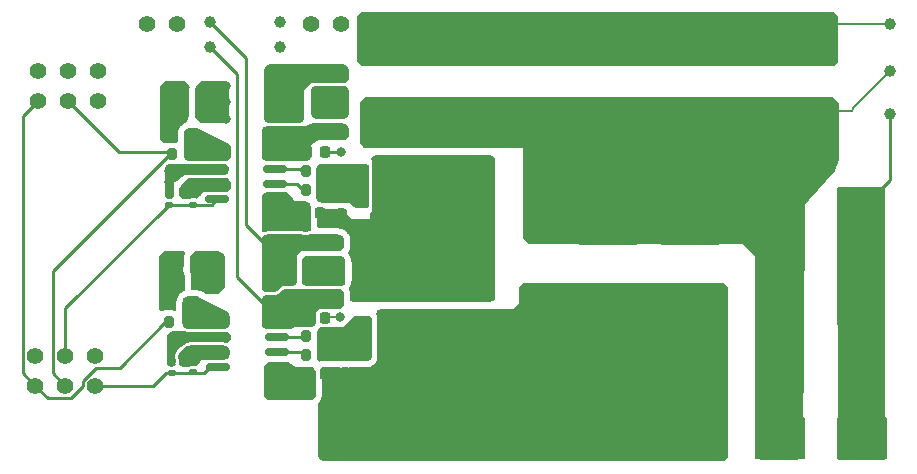
<source format=gtl>
G04 #@! TF.GenerationSoftware,KiCad,Pcbnew,8.0.1*
G04 #@! TF.CreationDate,2024-04-17T20:24:04+03:00*
G04 #@! TF.ProjectId,Daughterboard,44617567-6874-4657-9262-6f6172642e6b,rev?*
G04 #@! TF.SameCoordinates,Original*
G04 #@! TF.FileFunction,Copper,L1,Top*
G04 #@! TF.FilePolarity,Positive*
%FSLAX46Y46*%
G04 Gerber Fmt 4.6, Leading zero omitted, Abs format (unit mm)*
G04 Created by KiCad (PCBNEW 8.0.1) date 2024-04-17 20:24:04*
%MOMM*%
%LPD*%
G01*
G04 APERTURE LIST*
G04 Aperture macros list*
%AMRoundRect*
0 Rectangle with rounded corners*
0 $1 Rounding radius*
0 $2 $3 $4 $5 $6 $7 $8 $9 X,Y pos of 4 corners*
0 Add a 4 corners polygon primitive as box body*
4,1,4,$2,$3,$4,$5,$6,$7,$8,$9,$2,$3,0*
0 Add four circle primitives for the rounded corners*
1,1,$1+$1,$2,$3*
1,1,$1+$1,$4,$5*
1,1,$1+$1,$6,$7*
1,1,$1+$1,$8,$9*
0 Add four rect primitives between the rounded corners*
20,1,$1+$1,$2,$3,$4,$5,0*
20,1,$1+$1,$4,$5,$6,$7,0*
20,1,$1+$1,$6,$7,$8,$9,0*
20,1,$1+$1,$8,$9,$2,$3,0*%
%AMOutline5P*
0 Free polygon, 5 corners , with rotation*
0 The origin of the aperture is its center*
0 number of corners: always 5*
0 $1 to $10 corner X, Y*
0 $11 Rotation angle, in degrees counterclockwise*
0 create outline with 5 corners*
4,1,5,$1,$2,$3,$4,$5,$6,$7,$8,$9,$10,$1,$2,$11*%
%AMOutline6P*
0 Free polygon, 6 corners , with rotation*
0 The origin of the aperture is its center*
0 number of corners: always 6*
0 $1 to $12 corner X, Y*
0 $13 Rotation angle, in degrees counterclockwise*
0 create outline with 6 corners*
4,1,6,$1,$2,$3,$4,$5,$6,$7,$8,$9,$10,$11,$12,$1,$2,$13*%
%AMOutline7P*
0 Free polygon, 7 corners , with rotation*
0 The origin of the aperture is its center*
0 number of corners: always 7*
0 $1 to $14 corner X, Y*
0 $15 Rotation angle, in degrees counterclockwise*
0 create outline with 7 corners*
4,1,7,$1,$2,$3,$4,$5,$6,$7,$8,$9,$10,$11,$12,$13,$14,$1,$2,$15*%
%AMOutline8P*
0 Free polygon, 8 corners , with rotation*
0 The origin of the aperture is its center*
0 number of corners: always 8*
0 $1 to $16 corner X, Y*
0 $17 Rotation angle, in degrees counterclockwise*
0 create outline with 8 corners*
4,1,8,$1,$2,$3,$4,$5,$6,$7,$8,$9,$10,$11,$12,$13,$14,$15,$16,$1,$2,$17*%
G04 Aperture macros list end*
G04 #@! TA.AperFunction,SMDPad,CuDef*
%ADD10RoundRect,0.140000X-0.170000X0.140000X-0.170000X-0.140000X0.170000X-0.140000X0.170000X0.140000X0*%
G04 #@! TD*
G04 #@! TA.AperFunction,SMDPad,CuDef*
%ADD11RoundRect,0.135000X0.185000X-0.135000X0.185000X0.135000X-0.185000X0.135000X-0.185000X-0.135000X0*%
G04 #@! TD*
G04 #@! TA.AperFunction,SMDPad,CuDef*
%ADD12RoundRect,0.200000X0.275000X-0.200000X0.275000X0.200000X-0.275000X0.200000X-0.275000X-0.200000X0*%
G04 #@! TD*
G04 #@! TA.AperFunction,SMDPad,CuDef*
%ADD13RoundRect,0.250000X2.450000X-0.650000X2.450000X0.650000X-2.450000X0.650000X-2.450000X-0.650000X0*%
G04 #@! TD*
G04 #@! TA.AperFunction,SMDPad,CuDef*
%ADD14RoundRect,0.135000X-0.185000X0.135000X-0.185000X-0.135000X0.185000X-0.135000X0.185000X0.135000X0*%
G04 #@! TD*
G04 #@! TA.AperFunction,SMDPad,CuDef*
%ADD15RoundRect,0.225000X0.250000X-0.225000X0.250000X0.225000X-0.250000X0.225000X-0.250000X-0.225000X0*%
G04 #@! TD*
G04 #@! TA.AperFunction,ComponentPad*
%ADD16C,1.000000*%
G04 #@! TD*
G04 #@! TA.AperFunction,SMDPad,CuDef*
%ADD17RoundRect,0.200000X-0.200000X-0.275000X0.200000X-0.275000X0.200000X0.275000X-0.200000X0.275000X0*%
G04 #@! TD*
G04 #@! TA.AperFunction,SMDPad,CuDef*
%ADD18RoundRect,0.225000X0.225000X0.250000X-0.225000X0.250000X-0.225000X-0.250000X0.225000X-0.250000X0*%
G04 #@! TD*
G04 #@! TA.AperFunction,SMDPad,CuDef*
%ADD19RoundRect,0.250000X-2.450000X0.650000X-2.450000X-0.650000X2.450000X-0.650000X2.450000X0.650000X0*%
G04 #@! TD*
G04 #@! TA.AperFunction,ComponentPad*
%ADD20C,1.400000*%
G04 #@! TD*
G04 #@! TA.AperFunction,SMDPad,CuDef*
%ADD21RoundRect,0.140000X0.170000X-0.140000X0.170000X0.140000X-0.170000X0.140000X-0.170000X-0.140000X0*%
G04 #@! TD*
G04 #@! TA.AperFunction,SMDPad,CuDef*
%ADD22RoundRect,0.150000X-0.825000X-0.150000X0.825000X-0.150000X0.825000X0.150000X-0.825000X0.150000X0*%
G04 #@! TD*
G04 #@! TA.AperFunction,ComponentPad*
%ADD23C,1.397000*%
G04 #@! TD*
G04 #@! TA.AperFunction,SMDPad,CuDef*
%ADD24RoundRect,0.225000X-0.225000X-0.250000X0.225000X-0.250000X0.225000X0.250000X-0.225000X0.250000X0*%
G04 #@! TD*
G04 #@! TA.AperFunction,SMDPad,CuDef*
%ADD25RoundRect,0.250000X0.250000X0.475000X-0.250000X0.475000X-0.250000X-0.475000X0.250000X-0.475000X0*%
G04 #@! TD*
G04 #@! TA.AperFunction,SMDPad,CuDef*
%ADD26RoundRect,0.112500X0.112500X-0.187500X0.112500X0.187500X-0.112500X0.187500X-0.112500X-0.187500X0*%
G04 #@! TD*
G04 #@! TA.AperFunction,SMDPad,CuDef*
%ADD27Outline6P,-2.100000X1.435000X-1.485000X2.050000X1.485000X2.050000X2.100000X1.435000X2.100000X-2.050000X-2.100000X-2.050000X0.000000*%
G04 #@! TD*
G04 #@! TA.AperFunction,SMDPad,CuDef*
%ADD28R,3.910000X0.750000*%
G04 #@! TD*
G04 #@! TA.AperFunction,SMDPad,CuDef*
%ADD29R,0.700000X3.220000*%
G04 #@! TD*
G04 #@! TA.AperFunction,SMDPad,CuDef*
%ADD30R,3.710000X4.915000*%
G04 #@! TD*
G04 #@! TA.AperFunction,ViaPad*
%ADD31C,0.800000*%
G04 #@! TD*
G04 #@! TA.AperFunction,Conductor*
%ADD32C,0.200000*%
G04 #@! TD*
G04 #@! TA.AperFunction,Conductor*
%ADD33C,0.250000*%
G04 #@! TD*
G04 APERTURE END LIST*
D10*
X104400000Y-102970000D03*
X104400000Y-103930000D03*
D11*
X110900000Y-114010000D03*
X110900000Y-112990000D03*
D12*
X117000000Y-96425000D03*
X117000000Y-94775000D03*
D13*
X142100000Y-97950000D03*
X142100000Y-92850000D03*
D14*
X117225000Y-118890000D03*
X117225000Y-119910000D03*
D15*
X112600000Y-99800000D03*
X112600000Y-98250000D03*
D16*
X105800000Y-92500000D03*
D15*
X114900000Y-99550000D03*
X114900000Y-98000000D03*
D17*
X102375000Y-115800000D03*
X104025000Y-115800000D03*
D13*
X156000000Y-97950000D03*
X156000000Y-92850000D03*
D15*
X112500000Y-113775000D03*
X112500000Y-112225000D03*
D16*
X163400000Y-98200000D03*
D18*
X104750000Y-110600000D03*
X103200000Y-110600000D03*
D19*
X146500000Y-108350000D03*
X146500000Y-113450000D03*
D14*
X102400000Y-104890000D03*
X102400000Y-105910000D03*
D16*
X111800000Y-90400000D03*
D20*
X103000000Y-90600000D03*
X100460000Y-90600000D03*
D21*
X104400000Y-105880000D03*
X104400000Y-104920000D03*
D17*
X113950000Y-103000000D03*
X115600000Y-103000000D03*
D16*
X105800000Y-90400000D03*
D22*
X106425000Y-101614600D03*
X106425000Y-102884600D03*
X106425000Y-104154600D03*
X106425000Y-105424600D03*
X111375000Y-105424600D03*
X111375000Y-104154600D03*
X111375000Y-102884600D03*
X111375000Y-101614600D03*
D16*
X163400000Y-90600000D03*
D23*
X96340000Y-97140000D03*
X96340000Y-94600000D03*
X93800000Y-97140000D03*
X93800000Y-94600000D03*
X91260000Y-97140000D03*
X91260000Y-94600000D03*
D13*
X149050000Y-97950000D03*
X149050000Y-92850000D03*
D17*
X113950000Y-104600000D03*
X115600000Y-104600000D03*
D11*
X111000000Y-99560000D03*
X111000000Y-98540000D03*
D14*
X102600000Y-119090000D03*
X102600000Y-120110000D03*
D24*
X114050000Y-120200000D03*
X115600000Y-120200000D03*
D13*
X128200000Y-97950000D03*
X128200000Y-92850000D03*
D17*
X114000000Y-118600000D03*
X115650000Y-118600000D03*
D15*
X114225000Y-113775000D03*
X114225000Y-112225000D03*
D24*
X113625000Y-106600000D03*
X115175000Y-106600000D03*
D21*
X104425000Y-120080000D03*
X104425000Y-119120000D03*
D16*
X111800000Y-92500000D03*
D17*
X102575000Y-101600000D03*
X104225000Y-101600000D03*
D25*
X105100000Y-112400000D03*
X103200000Y-112400000D03*
D24*
X114050000Y-101450000D03*
X115600000Y-101450000D03*
D18*
X104200000Y-100000000D03*
X102650000Y-100000000D03*
D14*
X116900000Y-105380000D03*
X116900000Y-106400000D03*
D18*
X105175000Y-96200000D03*
X103625000Y-96200000D03*
D13*
X121250000Y-97950000D03*
X121250000Y-92850000D03*
D15*
X114900000Y-96375000D03*
X114900000Y-94825000D03*
D19*
X139500000Y-108350000D03*
X139500000Y-113450000D03*
D18*
X104000000Y-114200000D03*
X102450000Y-114200000D03*
D13*
X135150000Y-97950000D03*
X135150000Y-92850000D03*
D25*
X105150000Y-98000000D03*
X103250000Y-98000000D03*
D24*
X114050000Y-115500000D03*
X115600000Y-115500000D03*
D26*
X117000000Y-99900000D03*
X117000000Y-97800000D03*
D16*
X163400000Y-94600000D03*
D23*
X96132100Y-121189700D03*
X96132100Y-118649700D03*
X93592100Y-121189700D03*
X93592100Y-118649700D03*
X91052100Y-121189700D03*
X91052100Y-118649700D03*
D27*
X147052100Y-125349700D03*
X154052100Y-125349700D03*
X161052100Y-125349700D03*
D28*
X120755000Y-100715000D03*
D29*
X118750000Y-104250000D03*
D30*
X121405000Y-104297500D03*
D28*
X121205000Y-113665000D03*
D29*
X119200000Y-117200000D03*
D30*
X121855000Y-117247500D03*
D26*
X116425000Y-114050000D03*
X116425000Y-111950000D03*
D20*
X114350000Y-90600000D03*
X116890000Y-90600000D03*
D10*
X104425000Y-117120000D03*
X104425000Y-118080000D03*
D12*
X116500000Y-110625000D03*
X116500000Y-108975000D03*
D15*
X114200000Y-110775000D03*
X114200000Y-109225000D03*
D22*
X106520000Y-115845000D03*
X106520000Y-117115000D03*
X106520000Y-118385000D03*
X106520000Y-119655000D03*
X111470000Y-119655000D03*
X111470000Y-118385000D03*
X111470000Y-117115000D03*
X111470000Y-115845000D03*
D17*
X114000000Y-117000000D03*
X115650000Y-117000000D03*
D31*
X154050000Y-116600000D03*
X154050000Y-115250000D03*
X155400000Y-117950000D03*
X155400000Y-116600000D03*
X155400000Y-115250000D03*
X152700000Y-117950000D03*
X154050000Y-117950000D03*
X152700000Y-115250000D03*
X152700000Y-116600000D03*
X122400000Y-121336360D03*
X120563638Y-125372720D03*
X126072724Y-125372720D03*
X123318181Y-125372720D03*
X129745448Y-116290910D03*
X124236362Y-126381810D03*
X140477500Y-90300000D03*
X128827267Y-125372720D03*
X126990905Y-122345450D03*
X128827267Y-118309090D03*
X118862500Y-91200000D03*
X126072724Y-117300000D03*
X122400000Y-125372720D03*
X125154543Y-116290910D03*
X150302500Y-90300000D03*
X126990905Y-124363630D03*
X128827267Y-117300000D03*
X141460000Y-90300000D03*
X124236362Y-117300000D03*
X143425000Y-90300000D03*
X129670000Y-91200000D03*
X154232500Y-91200000D03*
X126990905Y-115281820D03*
X126990905Y-121336360D03*
X122400000Y-115281820D03*
X122400000Y-124363630D03*
X122792500Y-91200000D03*
X155215000Y-90300000D03*
X125154543Y-126381810D03*
X138512500Y-91200000D03*
X121481819Y-123354540D03*
X123775000Y-91200000D03*
X127705000Y-90300000D03*
X120563638Y-115281820D03*
X122792500Y-90300000D03*
X121810000Y-91200000D03*
X121481819Y-118309090D03*
X128687500Y-91200000D03*
X126072724Y-119318180D03*
X141460000Y-91200000D03*
X121810000Y-90300000D03*
X127909086Y-123354540D03*
X123318181Y-121336360D03*
X127909086Y-116290910D03*
X149320000Y-90300000D03*
X153250000Y-90300000D03*
X129745448Y-122345450D03*
X143425000Y-91200000D03*
X123318181Y-120327270D03*
X125154543Y-118309090D03*
X127909086Y-115281820D03*
X157180000Y-90300000D03*
X125740000Y-90300000D03*
X130652500Y-90300000D03*
X125740000Y-91200000D03*
X152267500Y-90300000D03*
X127909086Y-120327270D03*
X126072724Y-123354540D03*
X126072724Y-115281820D03*
X120563638Y-120327270D03*
X120563638Y-121336360D03*
X151285000Y-90300000D03*
X126722500Y-91200000D03*
X118862500Y-90300000D03*
X121481819Y-115281820D03*
X116900000Y-121400000D03*
X120563638Y-118309090D03*
X123318181Y-117300000D03*
X121481819Y-121336360D03*
X121481819Y-122345450D03*
X126990905Y-117300000D03*
X126072724Y-122345450D03*
X140477500Y-91200000D03*
X125154543Y-125372720D03*
X120563638Y-116290910D03*
X123318181Y-119318180D03*
X139495000Y-90300000D03*
X124236362Y-118309090D03*
X124236362Y-115281820D03*
X126990905Y-123354540D03*
X126072724Y-116290910D03*
X129670000Y-90300000D03*
X128827267Y-119318180D03*
X126072724Y-120327270D03*
X120563638Y-126381810D03*
X125154543Y-124363630D03*
X148337500Y-91200000D03*
X157180000Y-91200000D03*
X124757500Y-90300000D03*
X142442500Y-91200000D03*
X137530000Y-90300000D03*
X121481819Y-125372720D03*
X126072724Y-126381810D03*
X122400000Y-116290910D03*
X126990905Y-116290910D03*
X129745448Y-115281820D03*
X121481819Y-126381810D03*
X123318181Y-118309090D03*
X133600000Y-91200000D03*
X124236362Y-120327270D03*
X135565000Y-90300000D03*
X126072724Y-121336360D03*
X122400000Y-123354540D03*
X155215000Y-91200000D03*
X127909086Y-125372720D03*
X125154543Y-117300000D03*
X147355000Y-90300000D03*
X126072724Y-118309090D03*
X123318181Y-126381810D03*
X124236362Y-123354540D03*
X127909086Y-124363630D03*
X116800000Y-115400000D03*
X126990905Y-120327270D03*
X129745448Y-126381810D03*
X156197500Y-91200000D03*
X126072724Y-124363630D03*
X144407500Y-91200000D03*
X120827500Y-90300000D03*
X153250000Y-91200000D03*
X124236362Y-124363630D03*
X115300000Y-110800000D03*
X121481819Y-119318180D03*
X120827500Y-91200000D03*
X123318181Y-116290910D03*
X120563638Y-124363630D03*
X144407500Y-90300000D03*
X148337500Y-90300000D03*
X127909086Y-122345450D03*
X119845000Y-91200000D03*
X124757500Y-91200000D03*
X122400000Y-118309090D03*
X121481819Y-120327270D03*
X136547500Y-90300000D03*
X126990905Y-125372720D03*
X120563638Y-117300000D03*
X137530000Y-91200000D03*
X128827267Y-124363630D03*
X158162500Y-90300000D03*
X125154543Y-121336360D03*
X146372500Y-90300000D03*
X154232500Y-90300000D03*
X139495000Y-91200000D03*
X128827267Y-126381810D03*
X125154543Y-122345450D03*
X125154543Y-115281820D03*
X128827267Y-123354540D03*
X129745448Y-124363630D03*
X142442500Y-90300000D03*
X123318181Y-122345450D03*
X136547500Y-91200000D03*
X125154543Y-120327270D03*
X122400000Y-120327270D03*
X122400000Y-119318180D03*
X147355000Y-91200000D03*
X129745448Y-121336360D03*
X129745448Y-120327270D03*
X125154543Y-123354540D03*
X120563638Y-122345450D03*
X128827267Y-122345450D03*
X122400000Y-126381810D03*
X127909086Y-117300000D03*
X128827267Y-120327270D03*
X128687500Y-90300000D03*
X131635000Y-90300000D03*
X115300000Y-112000000D03*
X152267500Y-91200000D03*
X120563638Y-119318180D03*
X122400000Y-117300000D03*
X134582500Y-90300000D03*
X138512500Y-90300000D03*
X150302500Y-91200000D03*
X123318181Y-115281820D03*
X129745448Y-123354540D03*
X121481819Y-124363630D03*
X128827267Y-115281820D03*
X133600000Y-90300000D03*
X127909086Y-121336360D03*
X121481819Y-116290910D03*
X122400000Y-122345450D03*
X135565000Y-91200000D03*
X128827267Y-116290910D03*
X130652500Y-91200000D03*
X126990905Y-119318180D03*
X126990905Y-126381810D03*
X121481819Y-117300000D03*
X124236362Y-116290910D03*
X126990905Y-118309090D03*
X156197500Y-90300000D03*
X124236362Y-125372720D03*
X128827267Y-121336360D03*
X132617500Y-91200000D03*
X119845000Y-90300000D03*
X123775000Y-90300000D03*
X127909086Y-118309090D03*
X158162500Y-91200000D03*
X146372500Y-91200000D03*
X124236362Y-121336360D03*
X145390000Y-90300000D03*
X125154543Y-119318180D03*
X151285000Y-91200000D03*
X124236362Y-122345450D03*
X126722500Y-90300000D03*
X123318181Y-123354540D03*
X127909086Y-126381810D03*
X115700000Y-121400000D03*
X129745448Y-125372720D03*
X127909086Y-119318180D03*
X131635000Y-91200000D03*
X129745448Y-117300000D03*
X134582500Y-91200000D03*
X129745448Y-119318180D03*
X129745448Y-118309090D03*
X127705000Y-91200000D03*
X120563638Y-123354540D03*
X124236362Y-119318180D03*
X149320000Y-91200000D03*
X123318181Y-124363630D03*
X132617500Y-90300000D03*
X145390000Y-91200000D03*
X112500000Y-110900000D03*
X114200000Y-121800000D03*
X112500000Y-109600000D03*
X110900000Y-109600000D03*
X102100000Y-110300000D03*
X102100000Y-111500000D03*
X102200000Y-96000000D03*
X102200000Y-97200000D03*
X103600000Y-104800000D03*
X103600000Y-119000000D03*
X113200000Y-94800000D03*
X113200000Y-96600000D03*
X112000000Y-96600000D03*
X113900000Y-107800000D03*
X107200000Y-95800000D03*
X102600000Y-118100000D03*
X102600000Y-117100000D03*
X103500000Y-117100000D03*
X106700000Y-112700000D03*
X106700000Y-111500000D03*
X106700000Y-110300000D03*
X107200000Y-98600000D03*
X107200000Y-97200000D03*
X102400000Y-103000000D03*
X102400000Y-104000000D03*
X103400000Y-103000000D03*
X112900000Y-100800000D03*
X111000000Y-100500000D03*
X112900000Y-101700000D03*
X111000000Y-114900000D03*
X112900000Y-114900000D03*
X112900000Y-115800000D03*
X121000000Y-103300000D03*
X159600000Y-104900000D03*
X123960000Y-102300000D03*
X123940000Y-105200000D03*
X121020000Y-102300000D03*
X124920000Y-106200000D03*
X124920000Y-108200000D03*
X162300000Y-106700000D03*
X116900000Y-107400000D03*
X122960000Y-104300000D03*
X160500000Y-107600000D03*
X159600000Y-105800000D03*
X161400000Y-105800000D03*
X162300000Y-104900000D03*
X122960000Y-105200000D03*
X121000000Y-107200000D03*
X123940000Y-106200000D03*
X160500000Y-105800000D03*
X121000000Y-108200000D03*
X121980000Y-108200000D03*
X123940000Y-104300000D03*
X121980000Y-105200000D03*
X161400000Y-104900000D03*
X120040000Y-102300000D03*
X121000000Y-109200000D03*
X162300000Y-105800000D03*
X123940000Y-103300000D03*
X122960000Y-108200000D03*
X116000000Y-96900000D03*
X122980000Y-102300000D03*
X121000000Y-105200000D03*
X121980000Y-106200000D03*
X121980000Y-104300000D03*
X159600000Y-107600000D03*
X123940000Y-108200000D03*
X121000000Y-106200000D03*
X116000000Y-97900000D03*
X121980000Y-109200000D03*
X120020000Y-109200000D03*
X121000000Y-104300000D03*
X124920000Y-104300000D03*
X160500000Y-106700000D03*
X122000000Y-102300000D03*
X123940000Y-109200000D03*
X122960000Y-107200000D03*
X120020000Y-106200000D03*
X120020000Y-107200000D03*
X116900000Y-101400000D03*
X120020000Y-104300000D03*
X161400000Y-107600000D03*
X160500000Y-104900000D03*
X124920000Y-103300000D03*
X162300000Y-107600000D03*
X120020000Y-103300000D03*
X159600000Y-106700000D03*
X124940000Y-102300000D03*
X115900000Y-107400000D03*
X120020000Y-105200000D03*
X120020000Y-108200000D03*
X121980000Y-103300000D03*
X124920000Y-107200000D03*
X122960000Y-106200000D03*
X161400000Y-106700000D03*
X121980000Y-107200000D03*
X122960000Y-103300000D03*
X124920000Y-109200000D03*
X124920000Y-105200000D03*
X123940000Y-107200000D03*
X122960000Y-109200000D03*
X118100000Y-116300000D03*
X117000000Y-103200000D03*
D32*
X160300000Y-97800000D02*
X160150000Y-97950000D01*
X160300000Y-97700000D02*
X160300000Y-97800000D01*
X163400000Y-94600000D02*
X160300000Y-97700000D01*
X160150000Y-97950000D02*
X156000000Y-97950000D01*
D33*
X145913000Y-126000000D02*
X145913000Y-125242900D01*
D32*
X158762500Y-90600000D02*
X158162500Y-91200000D01*
D33*
X145155900Y-126000000D02*
X145913000Y-126000000D01*
X146242900Y-124913000D02*
X147000000Y-124913000D01*
X145913000Y-125242900D02*
X146242900Y-124913000D01*
D32*
X163400000Y-90600000D02*
X158762500Y-90600000D01*
X116800000Y-115400000D02*
X115600000Y-115400000D01*
D33*
X105800000Y-90400000D02*
X108900000Y-93500000D01*
X108900000Y-93500000D02*
X108900000Y-107600000D01*
X108900000Y-107600000D02*
X110900000Y-109600000D01*
X113459600Y-102884600D02*
X113525000Y-102950000D01*
X111375000Y-102884600D02*
X113459600Y-102884600D01*
X93592100Y-118649700D02*
X93592100Y-114662900D01*
X104400000Y-105880000D02*
X105969600Y-105880000D01*
X93592100Y-114662900D02*
X102345000Y-105910000D01*
X104370000Y-105910000D02*
X104400000Y-105880000D01*
X102345000Y-105910000D02*
X104370000Y-105910000D01*
X105969600Y-105880000D02*
X106425000Y-105424600D01*
X104200000Y-101425000D02*
X104225000Y-101450000D01*
X104200000Y-100000000D02*
X104200000Y-101425000D01*
X106260400Y-101450000D02*
X106425000Y-101614600D01*
X104225000Y-101450000D02*
X106260400Y-101450000D01*
X111375000Y-104154600D02*
X113229600Y-104154600D01*
X113229600Y-104154600D02*
X113525000Y-104450000D01*
X113885000Y-117115000D02*
X114000000Y-117000000D01*
X111470000Y-117115000D02*
X113885000Y-117115000D01*
X108100000Y-94800000D02*
X108100000Y-112000000D01*
X105800000Y-92500000D02*
X108100000Y-94800000D01*
X108100000Y-112000000D02*
X111000000Y-114900000D01*
X113785000Y-118385000D02*
X114000000Y-118600000D01*
X111470000Y-118385000D02*
X113785000Y-118385000D01*
X102100000Y-120100000D02*
X105340000Y-120100000D01*
X105340000Y-120100000D02*
X105895000Y-119545000D01*
X96132100Y-121189700D02*
X101010300Y-121189700D01*
X101010300Y-121189700D02*
X102100000Y-120100000D01*
X163400000Y-98200000D02*
X163400000Y-103800000D01*
X115650000Y-101400000D02*
X115600000Y-101450000D01*
X116900000Y-101400000D02*
X115650000Y-101400000D01*
X163400000Y-103800000D02*
X162300000Y-104900000D01*
X98110000Y-101450000D02*
X102575000Y-101450000D01*
X92568600Y-111456400D02*
X102575000Y-101450000D01*
X93800000Y-97140000D02*
X98110000Y-101450000D01*
X92568600Y-120166200D02*
X92568600Y-111456400D01*
X93592100Y-121189700D02*
X92568600Y-120166200D01*
X91260000Y-97140000D02*
X90028600Y-98371400D01*
X92075600Y-122213200D02*
X91052100Y-121189700D01*
X102375000Y-115800000D02*
X102065000Y-115800000D01*
X98191800Y-119673200D02*
X96201152Y-119673200D01*
X96201152Y-119673200D02*
X95108600Y-120765752D01*
X90028600Y-98371400D02*
X90028600Y-120166200D01*
X90028600Y-120166200D02*
X91052100Y-121189700D01*
X94085100Y-122213200D02*
X92075600Y-122213200D01*
X95108600Y-121189700D02*
X94085100Y-122213200D01*
X95108600Y-120765752D02*
X95108600Y-121189700D01*
X102065000Y-115800000D02*
X98191800Y-119673200D01*
G04 #@! TA.AperFunction,Conductor*
G36*
X107000058Y-117801061D02*
G01*
X107046263Y-117807144D01*
X107107296Y-117815179D01*
X107138561Y-117823556D01*
X107230915Y-117861810D01*
X107258949Y-117877996D01*
X107338258Y-117938853D01*
X107361146Y-117961741D01*
X107422003Y-118041050D01*
X107438189Y-118069085D01*
X107476442Y-118161437D01*
X107484820Y-118192703D01*
X107498939Y-118299941D01*
X107500000Y-118316127D01*
X107500000Y-118483872D01*
X107498939Y-118500058D01*
X107484820Y-118607296D01*
X107476442Y-118638562D01*
X107438189Y-118730914D01*
X107422003Y-118758949D01*
X107361146Y-118838258D01*
X107338258Y-118861146D01*
X107258949Y-118922003D01*
X107230914Y-118938189D01*
X107138562Y-118976442D01*
X107107296Y-118984820D01*
X107000059Y-118998939D01*
X106983873Y-119000000D01*
X105100000Y-119000000D01*
X104949192Y-119226211D01*
X104949190Y-119226214D01*
X104856455Y-119365317D01*
X104843857Y-119381221D01*
X104751653Y-119479837D01*
X104719588Y-119504477D01*
X104670353Y-119530827D01*
X104611842Y-119545500D01*
X104223956Y-119545500D01*
X104131572Y-119560132D01*
X104079852Y-119586485D01*
X104023558Y-119600000D01*
X103608126Y-119600000D01*
X103591941Y-119598939D01*
X103578917Y-119597224D01*
X103486775Y-119585093D01*
X103455508Y-119576715D01*
X103365081Y-119539259D01*
X103337048Y-119523074D01*
X103259398Y-119463491D01*
X103236513Y-119440607D01*
X103193258Y-119384236D01*
X103168065Y-119319069D01*
X103169161Y-119289357D01*
X103174500Y-119255653D01*
X103174499Y-118924348D01*
X103160054Y-118833138D01*
X103127434Y-118769117D01*
X103114538Y-118700447D01*
X103114978Y-118696652D01*
X103115177Y-118695139D01*
X103123556Y-118663860D01*
X103161812Y-118571501D01*
X103177992Y-118543474D01*
X103243852Y-118457644D01*
X103254533Y-118445466D01*
X103745466Y-117954533D01*
X103757644Y-117943852D01*
X103843474Y-117877992D01*
X103871501Y-117861812D01*
X103963860Y-117823556D01*
X103995121Y-117815179D01*
X104070661Y-117805234D01*
X104102362Y-117801061D01*
X104118547Y-117800000D01*
X106983873Y-117800000D01*
X107000058Y-117801061D01*
G37*
G04 #@! TD.AperFunction*
G04 #@! TA.AperFunction,Conductor*
G36*
X112355219Y-119201336D02*
G01*
X112475243Y-119219108D01*
X112510001Y-119229632D01*
X112591413Y-119268059D01*
X112619720Y-119281420D01*
X112635567Y-119290378D01*
X112723185Y-119348790D01*
X112825472Y-119416981D01*
X112972020Y-119514681D01*
X112972026Y-119514684D01*
X113100000Y-119600000D01*
X114283873Y-119600000D01*
X114300058Y-119601061D01*
X114346263Y-119607144D01*
X114407296Y-119615179D01*
X114438561Y-119623556D01*
X114530915Y-119661810D01*
X114558949Y-119677996D01*
X114638258Y-119738853D01*
X114661146Y-119761741D01*
X114722003Y-119841050D01*
X114738189Y-119869085D01*
X114776442Y-119961437D01*
X114784820Y-119992703D01*
X114798939Y-120099941D01*
X114800000Y-120116127D01*
X114800000Y-121883872D01*
X114798939Y-121900058D01*
X114784820Y-122007296D01*
X114776442Y-122038562D01*
X114738189Y-122130914D01*
X114722003Y-122158949D01*
X114661146Y-122238258D01*
X114638258Y-122261146D01*
X114558949Y-122322003D01*
X114530914Y-122338189D01*
X114438562Y-122376442D01*
X114407296Y-122384820D01*
X114300059Y-122398939D01*
X114283873Y-122400000D01*
X110916127Y-122400000D01*
X110899941Y-122398939D01*
X110792703Y-122384820D01*
X110761437Y-122376442D01*
X110669085Y-122338189D01*
X110641050Y-122322003D01*
X110561741Y-122261146D01*
X110538853Y-122238258D01*
X110477996Y-122158949D01*
X110461810Y-122130914D01*
X110423557Y-122038562D01*
X110415179Y-122007295D01*
X110401061Y-121900057D01*
X110400000Y-121883872D01*
X110400000Y-119716127D01*
X110401061Y-119699942D01*
X110414079Y-119601061D01*
X110415179Y-119592701D01*
X110423556Y-119561440D01*
X110461812Y-119469081D01*
X110477996Y-119441050D01*
X110538853Y-119361741D01*
X110561741Y-119338853D01*
X110641050Y-119277996D01*
X110669081Y-119261812D01*
X110761440Y-119223556D01*
X110792701Y-119215179D01*
X110868241Y-119205234D01*
X110899942Y-119201061D01*
X110916127Y-119200000D01*
X112337058Y-119200000D01*
X112355219Y-119201336D01*
G37*
G04 #@! TD.AperFunction*
G04 #@! TA.AperFunction,Conductor*
G36*
X106607677Y-109819685D02*
G01*
X106628319Y-109836319D01*
X107063681Y-110271681D01*
X107097166Y-110333004D01*
X107100000Y-110359362D01*
X107100000Y-112840638D01*
X107080315Y-112907677D01*
X107063681Y-112928319D01*
X106628319Y-113363681D01*
X106566996Y-113397166D01*
X106540638Y-113400000D01*
X105477493Y-113400000D01*
X105422039Y-113386909D01*
X105043331Y-113197555D01*
X105034802Y-113193595D01*
X105016305Y-113185007D01*
X105003162Y-113179363D01*
X104975472Y-113168409D01*
X104885377Y-113135753D01*
X104885338Y-113135740D01*
X104828375Y-113118754D01*
X104828362Y-113118751D01*
X104828359Y-113118750D01*
X104816296Y-113115901D01*
X104800449Y-113112160D01*
X104741844Y-113101865D01*
X104646606Y-113090776D01*
X104616964Y-113088194D01*
X104602619Y-113087361D01*
X104573794Y-113086526D01*
X104572881Y-113086500D01*
X104572880Y-113086500D01*
X104345862Y-113086500D01*
X104278823Y-113066815D01*
X104258181Y-113050181D01*
X104243217Y-113035217D01*
X104209732Y-112973894D01*
X104207541Y-112934929D01*
X104208500Y-112925545D01*
X104208499Y-111874456D01*
X104197887Y-111770574D01*
X104142116Y-111602264D01*
X104142116Y-111602263D01*
X104118461Y-111563912D01*
X104100000Y-111498816D01*
X104100000Y-111164913D01*
X104106293Y-111125912D01*
X104148236Y-110999336D01*
X104158500Y-110898872D01*
X104158500Y-110301128D01*
X104158500Y-110300861D01*
X104178185Y-110233822D01*
X104194814Y-110213185D01*
X104571681Y-109836319D01*
X104633004Y-109802834D01*
X104659362Y-109800000D01*
X106540638Y-109800000D01*
X106607677Y-109819685D01*
G37*
G04 #@! TD.AperFunction*
G04 #@! TA.AperFunction,Conductor*
G36*
X117100058Y-95801061D02*
G01*
X117146263Y-95807144D01*
X117207296Y-95815179D01*
X117238561Y-95823556D01*
X117330915Y-95861810D01*
X117358949Y-95877996D01*
X117438258Y-95938853D01*
X117461146Y-95961741D01*
X117522003Y-96041050D01*
X117538189Y-96069085D01*
X117576442Y-96161437D01*
X117584820Y-96192703D01*
X117598939Y-96299941D01*
X117600000Y-96316127D01*
X117600000Y-98083872D01*
X117598939Y-98100058D01*
X117584820Y-98207296D01*
X117576442Y-98238562D01*
X117538189Y-98330914D01*
X117522003Y-98358949D01*
X117461146Y-98438258D01*
X117438258Y-98461146D01*
X117358949Y-98522003D01*
X117330914Y-98538189D01*
X117238562Y-98576442D01*
X117207296Y-98584820D01*
X117100059Y-98598939D01*
X117083873Y-98600000D01*
X114916127Y-98600000D01*
X114899941Y-98598939D01*
X114792703Y-98584820D01*
X114761437Y-98576442D01*
X114669085Y-98538189D01*
X114641050Y-98522003D01*
X114561741Y-98461146D01*
X114538853Y-98438258D01*
X114477996Y-98358949D01*
X114461810Y-98330914D01*
X114423557Y-98238562D01*
X114415179Y-98207295D01*
X114401061Y-98100057D01*
X114400000Y-98083872D01*
X114400000Y-96316127D01*
X114401061Y-96299942D01*
X114415179Y-96192704D01*
X114423556Y-96161440D01*
X114461812Y-96069081D01*
X114477996Y-96041050D01*
X114538853Y-95961741D01*
X114561741Y-95938853D01*
X114641050Y-95877996D01*
X114669081Y-95861812D01*
X114761440Y-95823556D01*
X114792701Y-95815179D01*
X114868241Y-95805234D01*
X114899942Y-95801061D01*
X114916127Y-95800000D01*
X117083873Y-95800000D01*
X117100058Y-95801061D01*
G37*
G04 #@! TD.AperFunction*
G04 #@! TA.AperFunction,Conductor*
G36*
X117100058Y-94001061D02*
G01*
X117146263Y-94007144D01*
X117207296Y-94015179D01*
X117238561Y-94023556D01*
X117330915Y-94061810D01*
X117358949Y-94077996D01*
X117438258Y-94138853D01*
X117461146Y-94161741D01*
X117522003Y-94241050D01*
X117538189Y-94269085D01*
X117576442Y-94361437D01*
X117584820Y-94392703D01*
X117598939Y-94499941D01*
X117600000Y-94516127D01*
X117600000Y-95083872D01*
X117598939Y-95100058D01*
X117584820Y-95207296D01*
X117576442Y-95238562D01*
X117538189Y-95330914D01*
X117522003Y-95358949D01*
X117461146Y-95438258D01*
X117438258Y-95461146D01*
X117358951Y-95522001D01*
X117330917Y-95538187D01*
X117303856Y-95549396D01*
X117240218Y-95557774D01*
X117133939Y-95543782D01*
X117117040Y-95542117D01*
X117100850Y-95541056D01*
X117098850Y-95540990D01*
X117083873Y-95540500D01*
X114916127Y-95540500D01*
X114901981Y-95540963D01*
X114899149Y-95541056D01*
X114882962Y-95542117D01*
X114866058Y-95543782D01*
X114758838Y-95557898D01*
X114758822Y-95557900D01*
X114725530Y-95564523D01*
X114694287Y-95572895D01*
X114694256Y-95572904D01*
X114668019Y-95581811D01*
X114662134Y-95583809D01*
X114662132Y-95583810D01*
X114644004Y-95591318D01*
X114612744Y-95599693D01*
X114610412Y-95600000D01*
X114400000Y-95600000D01*
X114251213Y-95748786D01*
X114251209Y-95748790D01*
X113948790Y-96051209D01*
X113948786Y-96051213D01*
X113800000Y-96200000D01*
X113800000Y-96410412D01*
X113800000Y-98483872D01*
X113798939Y-98500058D01*
X113784820Y-98607296D01*
X113776442Y-98638562D01*
X113738189Y-98730914D01*
X113722003Y-98758949D01*
X113661146Y-98838258D01*
X113638259Y-98861146D01*
X113568240Y-98914875D01*
X113503071Y-98940070D01*
X113492752Y-98940500D01*
X110716127Y-98940500D01*
X110711583Y-98940648D01*
X110643937Y-98923168D01*
X110632041Y-98915090D01*
X110561741Y-98861146D01*
X110538853Y-98838258D01*
X110477996Y-98758949D01*
X110461810Y-98730914D01*
X110423557Y-98638562D01*
X110415179Y-98607295D01*
X110401061Y-98500057D01*
X110400000Y-98483872D01*
X110400000Y-94516127D01*
X110401061Y-94499942D01*
X110415179Y-94392704D01*
X110423556Y-94361440D01*
X110461812Y-94269081D01*
X110477996Y-94241050D01*
X110538853Y-94161741D01*
X110561741Y-94138853D01*
X110641050Y-94077996D01*
X110669081Y-94061812D01*
X110761440Y-94023556D01*
X110792701Y-94015179D01*
X110868241Y-94005234D01*
X110899942Y-94001061D01*
X110916127Y-94000000D01*
X117083873Y-94000000D01*
X117100058Y-94001061D01*
G37*
G04 #@! TD.AperFunction*
G04 #@! TA.AperFunction,Conductor*
G36*
X149200058Y-112501061D02*
G01*
X149246263Y-112507144D01*
X149307296Y-112515179D01*
X149338561Y-112523556D01*
X149430915Y-112561810D01*
X149458949Y-112577996D01*
X149538258Y-112638853D01*
X149561146Y-112661741D01*
X149622003Y-112741050D01*
X149638189Y-112769085D01*
X149676442Y-112861437D01*
X149684820Y-112892703D01*
X149698939Y-112999941D01*
X149700000Y-113016127D01*
X149700000Y-127083872D01*
X149698939Y-127100058D01*
X149684820Y-127207296D01*
X149676442Y-127238562D01*
X149638189Y-127330914D01*
X149622003Y-127358949D01*
X149561146Y-127438258D01*
X149538258Y-127461146D01*
X149458949Y-127522003D01*
X149430914Y-127538189D01*
X149338562Y-127576442D01*
X149307296Y-127584820D01*
X149200059Y-127598939D01*
X149183873Y-127600000D01*
X115516127Y-127600000D01*
X115499941Y-127598939D01*
X115392703Y-127584820D01*
X115361437Y-127576442D01*
X115269085Y-127538189D01*
X115241050Y-127522003D01*
X115161741Y-127461146D01*
X115138853Y-127438258D01*
X115077996Y-127358949D01*
X115061810Y-127330914D01*
X115023557Y-127238562D01*
X115015179Y-127207295D01*
X115001061Y-127100057D01*
X115000000Y-127083872D01*
X115000000Y-122675673D01*
X115019685Y-122608634D01*
X115030773Y-122593913D01*
X115068528Y-122550862D01*
X115068530Y-122550860D01*
X115129387Y-122471551D01*
X115166707Y-122415699D01*
X115182893Y-122387664D01*
X115212602Y-122327420D01*
X115250855Y-122235068D01*
X115272444Y-122171470D01*
X115280822Y-122140204D01*
X115293926Y-122074325D01*
X115308045Y-121967087D01*
X115311339Y-121933646D01*
X115312400Y-121917460D01*
X115313500Y-121883872D01*
X115313500Y-120116127D01*
X115312400Y-120082539D01*
X115311339Y-120066353D01*
X115308045Y-120032912D01*
X115293926Y-119925674D01*
X115280822Y-119859795D01*
X115272444Y-119828529D01*
X115259743Y-119791116D01*
X115256834Y-119721310D01*
X115292127Y-119661010D01*
X115329707Y-119636700D01*
X115361440Y-119623556D01*
X115392701Y-119615179D01*
X115468241Y-119605234D01*
X115499942Y-119601061D01*
X115516127Y-119600000D01*
X116714209Y-119600000D01*
X116777329Y-119617267D01*
X116782404Y-119620269D01*
X116793718Y-119623556D01*
X116938526Y-119665627D01*
X116938528Y-119665627D01*
X116938534Y-119665629D01*
X116975011Y-119668500D01*
X117474988Y-119668499D01*
X117511466Y-119665629D01*
X117667596Y-119620269D01*
X117672670Y-119617267D01*
X117735791Y-119600000D01*
X119259287Y-119600000D01*
X119259292Y-119600000D01*
X119400000Y-119600000D01*
X119587010Y-119487794D01*
X119653364Y-119447982D01*
X119653366Y-119447980D01*
X119900000Y-119300000D01*
X119900000Y-119183188D01*
X119913261Y-119173261D01*
X120000889Y-119056204D01*
X120051989Y-118919201D01*
X120057213Y-118870612D01*
X120058499Y-118858654D01*
X120058500Y-118858637D01*
X120058500Y-115541362D01*
X120058499Y-115541345D01*
X120055008Y-115508882D01*
X120051989Y-115480799D01*
X120000889Y-115343796D01*
X119930148Y-115249298D01*
X119905732Y-115183834D01*
X119906477Y-115158803D01*
X119915179Y-115092704D01*
X119923556Y-115061440D01*
X119961812Y-114969081D01*
X119977996Y-114941050D01*
X120038853Y-114861741D01*
X120061741Y-114838853D01*
X120141050Y-114777996D01*
X120169081Y-114761812D01*
X120261440Y-114723556D01*
X120292701Y-114715179D01*
X120368241Y-114705234D01*
X120399942Y-114701061D01*
X120416127Y-114700000D01*
X131321798Y-114700000D01*
X131321803Y-114700000D01*
X131500000Y-114700000D01*
X132000000Y-114300000D01*
X132000000Y-113016127D01*
X132001061Y-112999942D01*
X132015179Y-112892704D01*
X132023556Y-112861440D01*
X132061812Y-112769081D01*
X132077996Y-112741050D01*
X132138853Y-112661741D01*
X132161741Y-112638853D01*
X132241050Y-112577996D01*
X132269081Y-112561812D01*
X132361440Y-112523556D01*
X132392701Y-112515179D01*
X132468241Y-112505234D01*
X132499942Y-112501061D01*
X132516127Y-112500000D01*
X149183873Y-112500000D01*
X149200058Y-112501061D01*
G37*
G04 #@! TD.AperFunction*
G04 #@! TA.AperFunction,Conductor*
G36*
X103845837Y-102409440D02*
G01*
X103862116Y-102416183D01*
X103862124Y-102416185D01*
X103862132Y-102416189D01*
X103894271Y-102427099D01*
X103925537Y-102435477D01*
X103958829Y-102442100D01*
X104066067Y-102456219D01*
X104082967Y-102457883D01*
X104099153Y-102458944D01*
X104116127Y-102459500D01*
X104116142Y-102459500D01*
X107083885Y-102459500D01*
X107093587Y-102459182D01*
X107161235Y-102476659D01*
X107173136Y-102484740D01*
X107240602Y-102536509D01*
X107263491Y-102559398D01*
X107323074Y-102637048D01*
X107339259Y-102665081D01*
X107376715Y-102755508D01*
X107385093Y-102786775D01*
X107397869Y-102883814D01*
X107397869Y-102916186D01*
X107385093Y-103013224D01*
X107376715Y-103044491D01*
X107339259Y-103134918D01*
X107323074Y-103162951D01*
X107263491Y-103240601D01*
X107240602Y-103263490D01*
X107173136Y-103315259D01*
X107107967Y-103340454D01*
X107093597Y-103340818D01*
X107085466Y-103340552D01*
X107083873Y-103340500D01*
X104218547Y-103340500D01*
X104204401Y-103340963D01*
X104201569Y-103341056D01*
X104185382Y-103342117D01*
X104168478Y-103343782D01*
X104061258Y-103357898D01*
X104061242Y-103357900D01*
X104027950Y-103364523D01*
X103996707Y-103372895D01*
X103996676Y-103372904D01*
X103964548Y-103383811D01*
X103964531Y-103383817D01*
X103948255Y-103390560D01*
X103900801Y-103400000D01*
X103600000Y-103400000D01*
X103464536Y-103501597D01*
X103464532Y-103501600D01*
X103003199Y-103847599D01*
X103003192Y-103847605D01*
X102800000Y-104000000D01*
X102800000Y-104253998D01*
X102800000Y-104990244D01*
X102798473Y-105009642D01*
X102783495Y-105104207D01*
X102771507Y-105141104D01*
X102732522Y-105217616D01*
X102709718Y-105249002D01*
X102649002Y-105309718D01*
X102617617Y-105332521D01*
X102541108Y-105371505D01*
X102504218Y-105383493D01*
X102501195Y-105383972D01*
X102481789Y-105385500D01*
X102318212Y-105385500D01*
X102298819Y-105383974D01*
X102295794Y-105383495D01*
X102258891Y-105371505D01*
X102182382Y-105332521D01*
X102150997Y-105309718D01*
X102090281Y-105249002D01*
X102067477Y-105217616D01*
X102028492Y-105141104D01*
X102016504Y-105104206D01*
X102001527Y-105009641D01*
X102000000Y-104990244D01*
X102000000Y-102916127D01*
X102001061Y-102899942D01*
X102015179Y-102792704D01*
X102023556Y-102761440D01*
X102061812Y-102669081D01*
X102077996Y-102641050D01*
X102138853Y-102561741D01*
X102161741Y-102538853D01*
X102241050Y-102477996D01*
X102269081Y-102461812D01*
X102361440Y-102423556D01*
X102392701Y-102415179D01*
X102468241Y-102405234D01*
X102499942Y-102401061D01*
X102516127Y-102400000D01*
X103798383Y-102400000D01*
X103845837Y-102409440D01*
G37*
G04 #@! TD.AperFunction*
G04 #@! TA.AperFunction,Conductor*
G36*
X103607677Y-109819685D02*
G01*
X103628319Y-109836319D01*
X103685950Y-109893950D01*
X103719435Y-109955273D01*
X103714451Y-110024965D01*
X103711063Y-110033144D01*
X103685487Y-110089144D01*
X103665800Y-110156189D01*
X103645000Y-110300862D01*
X103645000Y-110865486D01*
X103638706Y-110904489D01*
X103618860Y-110964378D01*
X103599348Y-111044121D01*
X103593056Y-111083116D01*
X103586500Y-111164902D01*
X103586500Y-111498820D01*
X103605981Y-111638918D01*
X103624443Y-111704014D01*
X103664334Y-111794675D01*
X103668538Y-111805604D01*
X103688489Y-111865814D01*
X103694141Y-111892213D01*
X103694357Y-111894327D01*
X103694999Y-111906931D01*
X103694999Y-112955803D01*
X103694967Y-112958619D01*
X103694850Y-112963735D01*
X103694884Y-112965764D01*
X103694958Y-112968433D01*
X103695221Y-112970360D01*
X103697041Y-113002714D01*
X103697041Y-113002719D01*
X103701302Y-113034045D01*
X103690831Y-113103126D01*
X103644675Y-113155580D01*
X103625885Y-113165317D01*
X103572577Y-113187397D01*
X103512353Y-113217096D01*
X103512323Y-113217112D01*
X103484307Y-113233287D01*
X103484296Y-113233294D01*
X103428451Y-113270609D01*
X103428448Y-113270610D01*
X103349145Y-113331463D01*
X103298629Y-113375765D01*
X103275759Y-113398635D01*
X103231472Y-113449135D01*
X103213106Y-113473069D01*
X103202422Y-113485252D01*
X103195715Y-113491959D01*
X103195714Y-113491961D01*
X103187165Y-113505821D01*
X103180005Y-113516205D01*
X103170632Y-113528419D01*
X103170601Y-113528463D01*
X103133298Y-113584289D01*
X103133287Y-113584307D01*
X103117112Y-113612323D01*
X103117096Y-113612353D01*
X103087400Y-113672571D01*
X103049146Y-113764925D01*
X103049142Y-113764936D01*
X103027552Y-113828537D01*
X103019177Y-113859793D01*
X103019173Y-113859809D01*
X103006071Y-113925687D01*
X102991955Y-114032904D01*
X102988661Y-114066346D01*
X102987600Y-114082534D01*
X102986500Y-114116140D01*
X102986500Y-114742605D01*
X102966815Y-114809644D01*
X102914011Y-114855399D01*
X102844853Y-114865343D01*
X102825611Y-114860991D01*
X102781561Y-114847265D01*
X102703649Y-114822987D01*
X102632265Y-114816500D01*
X102632262Y-114816500D01*
X102117727Y-114816500D01*
X102046354Y-114822985D01*
X102046344Y-114822988D01*
X101882089Y-114874171D01*
X101882085Y-114874173D01*
X101840627Y-114899235D01*
X101773072Y-114917070D01*
X101706599Y-114895551D01*
X101688798Y-114880798D01*
X101536319Y-114728319D01*
X101502834Y-114666996D01*
X101500000Y-114640638D01*
X101500000Y-110359362D01*
X101519685Y-110292323D01*
X101536319Y-110271681D01*
X101971681Y-109836319D01*
X102033004Y-109802834D01*
X102059362Y-109800000D01*
X103540638Y-109800000D01*
X103607677Y-109819685D01*
G37*
G04 #@! TD.AperFunction*
G04 #@! TA.AperFunction,Conductor*
G36*
X104687222Y-99400832D02*
G01*
X104782456Y-99411920D01*
X104810363Y-99418509D01*
X104900504Y-99451181D01*
X104913687Y-99456843D01*
X107311501Y-100655750D01*
X107326267Y-100664458D01*
X107420468Y-100729187D01*
X107445720Y-100752265D01*
X107513112Y-100833592D01*
X107531096Y-100862692D01*
X107573699Y-100959339D01*
X107583047Y-100992247D01*
X107598814Y-101105444D01*
X107600000Y-101122551D01*
X107600000Y-101683872D01*
X107598939Y-101700058D01*
X107584820Y-101807296D01*
X107576442Y-101838562D01*
X107538189Y-101930914D01*
X107522003Y-101958949D01*
X107461146Y-102038258D01*
X107438258Y-102061146D01*
X107358949Y-102122003D01*
X107330914Y-102138189D01*
X107238562Y-102176442D01*
X107207296Y-102184820D01*
X107100059Y-102198939D01*
X107083873Y-102200000D01*
X104116127Y-102200000D01*
X104099941Y-102198939D01*
X103992703Y-102184820D01*
X103961437Y-102176442D01*
X103869085Y-102138189D01*
X103841050Y-102122003D01*
X103761741Y-102061146D01*
X103738853Y-102038258D01*
X103677996Y-101958949D01*
X103661810Y-101930914D01*
X103623557Y-101838562D01*
X103615179Y-101807295D01*
X103601061Y-101700057D01*
X103600000Y-101683872D01*
X103600000Y-99916127D01*
X103601061Y-99899942D01*
X103615179Y-99792704D01*
X103623556Y-99761440D01*
X103661812Y-99669081D01*
X103677996Y-99641050D01*
X103738853Y-99561741D01*
X103761741Y-99538853D01*
X103841050Y-99477996D01*
X103869081Y-99461812D01*
X103961440Y-99423556D01*
X103992701Y-99415179D01*
X104068241Y-99405234D01*
X104099942Y-99401061D01*
X104116127Y-99400000D01*
X104672881Y-99400000D01*
X104687222Y-99400832D01*
G37*
G04 #@! TD.AperFunction*
G04 #@! TA.AperFunction,Conductor*
G36*
X117100058Y-99001061D02*
G01*
X117146263Y-99007144D01*
X117207296Y-99015179D01*
X117238561Y-99023556D01*
X117330915Y-99061810D01*
X117358949Y-99077996D01*
X117438258Y-99138853D01*
X117461146Y-99161741D01*
X117522003Y-99241050D01*
X117538189Y-99269085D01*
X117576442Y-99361437D01*
X117584820Y-99392703D01*
X117598939Y-99499941D01*
X117600000Y-99516127D01*
X117600000Y-99883872D01*
X117598939Y-99900058D01*
X117584820Y-100007296D01*
X117576442Y-100038562D01*
X117538189Y-100130914D01*
X117522003Y-100158949D01*
X117461146Y-100238258D01*
X117438258Y-100261146D01*
X117358949Y-100322003D01*
X117330914Y-100338189D01*
X117238562Y-100376442D01*
X117207296Y-100384820D01*
X117100059Y-100398939D01*
X117083873Y-100400000D01*
X115000000Y-100400000D01*
X114872026Y-100485314D01*
X114872020Y-100485318D01*
X114626214Y-100649190D01*
X114626212Y-100649192D01*
X114400000Y-100800000D01*
X114400000Y-101071873D01*
X114400000Y-101071875D01*
X114400000Y-101683872D01*
X114398939Y-101700058D01*
X114384820Y-101807296D01*
X114376442Y-101838562D01*
X114338189Y-101930914D01*
X114322003Y-101958949D01*
X114261146Y-102038258D01*
X114238258Y-102061146D01*
X114158949Y-102122003D01*
X114130914Y-102138189D01*
X114038562Y-102176442D01*
X114007296Y-102184820D01*
X113900059Y-102198939D01*
X113883873Y-102200000D01*
X113000000Y-102200000D01*
X112800000Y-102200000D01*
X110716127Y-102200000D01*
X110699941Y-102198939D01*
X110592703Y-102184820D01*
X110561437Y-102176442D01*
X110469085Y-102138189D01*
X110441050Y-102122003D01*
X110361741Y-102061146D01*
X110338853Y-102038258D01*
X110277996Y-101958949D01*
X110261810Y-101930914D01*
X110223557Y-101838562D01*
X110215179Y-101807295D01*
X110201061Y-101700057D01*
X110200000Y-101683872D01*
X110200000Y-99716127D01*
X110201061Y-99699942D01*
X110215179Y-99592704D01*
X110223556Y-99561440D01*
X110261812Y-99469081D01*
X110277996Y-99441050D01*
X110338853Y-99361741D01*
X110361741Y-99338853D01*
X110441050Y-99277996D01*
X110469081Y-99261812D01*
X110561440Y-99223556D01*
X110592701Y-99215179D01*
X110668241Y-99205234D01*
X110699942Y-99201061D01*
X110716127Y-99200000D01*
X113880079Y-99200000D01*
X114000000Y-99200000D01*
X114286324Y-99056837D01*
X114299488Y-99051184D01*
X114389638Y-99018508D01*
X114417541Y-99011921D01*
X114512778Y-99000832D01*
X114527119Y-99000000D01*
X117083873Y-99000000D01*
X117100058Y-99001061D01*
G37*
G04 #@! TD.AperFunction*
G04 #@! TA.AperFunction,Conductor*
G36*
X118900058Y-102401061D02*
G01*
X118946263Y-102407144D01*
X119007296Y-102415179D01*
X119038561Y-102423556D01*
X119130915Y-102461810D01*
X119158949Y-102477996D01*
X119238261Y-102538855D01*
X119261146Y-102561739D01*
X119269873Y-102573112D01*
X119295070Y-102638279D01*
X119295500Y-102648601D01*
X119295500Y-105951397D01*
X119275815Y-106018436D01*
X119269874Y-106026886D01*
X119261146Y-106038260D01*
X119238259Y-106061147D01*
X119158949Y-106122004D01*
X119130914Y-106138189D01*
X119038562Y-106176442D01*
X119007296Y-106184820D01*
X118900059Y-106198939D01*
X118883873Y-106200000D01*
X118394715Y-106200000D01*
X118373286Y-106198134D01*
X118232413Y-106173417D01*
X118192115Y-106158827D01*
X118068074Y-106087631D01*
X118050419Y-106075347D01*
X117741296Y-105817746D01*
X117741293Y-105817744D01*
X117600000Y-105700000D01*
X117416079Y-105700000D01*
X115316127Y-105700000D01*
X115299941Y-105698939D01*
X115192703Y-105684820D01*
X115161437Y-105676442D01*
X115069085Y-105638189D01*
X115041050Y-105622003D01*
X114961741Y-105561146D01*
X114938853Y-105538258D01*
X114877996Y-105458949D01*
X114861810Y-105430914D01*
X114823557Y-105338562D01*
X114815179Y-105307295D01*
X114801061Y-105200057D01*
X114800000Y-105183872D01*
X114800000Y-102916127D01*
X114801061Y-102899942D01*
X114815179Y-102792704D01*
X114823556Y-102761440D01*
X114861812Y-102669081D01*
X114877996Y-102641050D01*
X114938853Y-102561741D01*
X114961741Y-102538853D01*
X115041050Y-102477996D01*
X115069081Y-102461812D01*
X115161440Y-102423556D01*
X115192701Y-102415179D01*
X115268241Y-102405234D01*
X115299942Y-102401061D01*
X115316127Y-102400000D01*
X118883873Y-102400000D01*
X118900058Y-102401061D01*
G37*
G04 #@! TD.AperFunction*
G04 #@! TA.AperFunction,Conductor*
G36*
X119200058Y-115301061D02*
G01*
X119246263Y-115307144D01*
X119307296Y-115315179D01*
X119338556Y-115323554D01*
X119372938Y-115337796D01*
X119427340Y-115381634D01*
X119441665Y-115409019D01*
X119449022Y-115428743D01*
X119449025Y-115428750D01*
X119519071Y-115557029D01*
X119520262Y-115558620D01*
X119520496Y-115559246D01*
X119521473Y-115560767D01*
X119521142Y-115560979D01*
X119544683Y-115624082D01*
X119544999Y-115632936D01*
X119544999Y-118767063D01*
X119525314Y-118834102D01*
X119520265Y-118841374D01*
X119501499Y-118866442D01*
X119495949Y-118873330D01*
X119468017Y-118905567D01*
X119468015Y-118905569D01*
X119449545Y-118946014D01*
X119403789Y-118998817D01*
X119400549Y-119000830D01*
X119287219Y-119068829D01*
X119223421Y-119086500D01*
X117735785Y-119086500D01*
X117600301Y-119104697D01*
X117537177Y-119121965D01*
X117537170Y-119121967D01*
X117532901Y-119123775D01*
X117519161Y-119128660D01*
X117468268Y-119143446D01*
X117445451Y-119150075D01*
X117410857Y-119154999D01*
X117039146Y-119154999D01*
X117004552Y-119150076D01*
X117004549Y-119150075D01*
X116930836Y-119128660D01*
X116917083Y-119123769D01*
X116912823Y-119121965D01*
X116912821Y-119121964D01*
X116912820Y-119121964D01*
X116912814Y-119121962D01*
X116849705Y-119104698D01*
X116714215Y-119086500D01*
X116714209Y-119086500D01*
X115516127Y-119086500D01*
X115488464Y-119087405D01*
X115482534Y-119087600D01*
X115466346Y-119088661D01*
X115432905Y-119091955D01*
X115325682Y-119106071D01*
X115325671Y-119106073D01*
X115259798Y-119119176D01*
X115259771Y-119119183D01*
X115228545Y-119127550D01*
X115228517Y-119127559D01*
X115164937Y-119149142D01*
X115164921Y-119149148D01*
X115163492Y-119149740D01*
X115163290Y-119149761D01*
X115163024Y-119149862D01*
X115162998Y-119149793D01*
X115094022Y-119157202D01*
X115031546Y-119125920D01*
X115017675Y-119110660D01*
X114977995Y-119058948D01*
X114961810Y-119030914D01*
X114923557Y-118938562D01*
X114915179Y-118907295D01*
X114910707Y-118873330D01*
X114901061Y-118800057D01*
X114900000Y-118783872D01*
X114900000Y-116716127D01*
X114901061Y-116699942D01*
X114915179Y-116592704D01*
X114923556Y-116561440D01*
X114961812Y-116469081D01*
X114977996Y-116441050D01*
X115038853Y-116361741D01*
X115061741Y-116338853D01*
X115141049Y-116277997D01*
X115169080Y-116261812D01*
X115234759Y-116234607D01*
X115295461Y-116225879D01*
X115329136Y-116229500D01*
X115329146Y-116229500D01*
X115870854Y-116229500D01*
X115870864Y-116229500D01*
X115927973Y-116223360D01*
X115929055Y-116222956D01*
X115969642Y-116207819D01*
X116012976Y-116200000D01*
X116889573Y-116200000D01*
X116889580Y-116200000D01*
X117100000Y-116200000D01*
X117845466Y-115454533D01*
X117857644Y-115443852D01*
X117943474Y-115377992D01*
X117971501Y-115361812D01*
X118063860Y-115323556D01*
X118095121Y-115315179D01*
X118170661Y-115305234D01*
X118202362Y-115301061D01*
X118218547Y-115300000D01*
X119183873Y-115300000D01*
X119200058Y-115301061D01*
G37*
G04 #@! TD.AperFunction*
G04 #@! TA.AperFunction,Conductor*
G36*
X158715677Y-89619685D02*
G01*
X158736319Y-89636319D01*
X158963681Y-89863681D01*
X158997166Y-89925004D01*
X159000000Y-89951362D01*
X159000000Y-93748638D01*
X158980315Y-93815677D01*
X158963681Y-93836319D01*
X158736319Y-94063681D01*
X158674996Y-94097166D01*
X158648638Y-94100000D01*
X118651362Y-94100000D01*
X118584323Y-94080315D01*
X118563681Y-94063681D01*
X118336319Y-93836319D01*
X118302834Y-93774996D01*
X118300000Y-93748638D01*
X118300000Y-89951362D01*
X118319685Y-89884323D01*
X118336319Y-89863681D01*
X118563681Y-89636319D01*
X118625004Y-89602834D01*
X118651362Y-89600000D01*
X158648638Y-89600000D01*
X158715677Y-89619685D01*
G37*
G04 #@! TD.AperFunction*
G04 #@! TA.AperFunction,Conductor*
G36*
X113845837Y-113009440D02*
G01*
X113862116Y-113016183D01*
X113862124Y-113016185D01*
X113862132Y-113016189D01*
X113894271Y-113027099D01*
X113925537Y-113035477D01*
X113958829Y-113042100D01*
X114066067Y-113056219D01*
X114082967Y-113057883D01*
X114099153Y-113058944D01*
X114116127Y-113059500D01*
X114116142Y-113059500D01*
X116783858Y-113059500D01*
X116783873Y-113059500D01*
X116800847Y-113058944D01*
X116817033Y-113057883D01*
X116833933Y-113056219D01*
X116864338Y-113052215D01*
X116927948Y-113060581D01*
X116930897Y-113061803D01*
X116958947Y-113077993D01*
X116998605Y-113108424D01*
X117038259Y-113138853D01*
X117061146Y-113161741D01*
X117122003Y-113241050D01*
X117138189Y-113269085D01*
X117176442Y-113361437D01*
X117184820Y-113392703D01*
X117198939Y-113499941D01*
X117200000Y-113516127D01*
X117200000Y-114183872D01*
X117198939Y-114200058D01*
X117184820Y-114307296D01*
X117176442Y-114338562D01*
X117138189Y-114430914D01*
X117122003Y-114458949D01*
X117061146Y-114538258D01*
X117038258Y-114561146D01*
X116958949Y-114622003D01*
X116930914Y-114638189D01*
X116838562Y-114676442D01*
X116807296Y-114684820D01*
X116700059Y-114698939D01*
X116683873Y-114700000D01*
X115100000Y-114700000D01*
X114951213Y-114848786D01*
X114951209Y-114848790D01*
X114948790Y-114851209D01*
X114948786Y-114851213D01*
X114800000Y-115000000D01*
X114800000Y-115210412D01*
X114800000Y-115846368D01*
X114797617Y-115870559D01*
X114778823Y-115965042D01*
X114760309Y-116009741D01*
X114713704Y-116079491D01*
X114679491Y-116113704D01*
X114609741Y-116160309D01*
X114565042Y-116178823D01*
X114470559Y-116197617D01*
X114446368Y-116200000D01*
X113000000Y-116200000D01*
X112872027Y-116285314D01*
X112872022Y-116285317D01*
X112835572Y-116309618D01*
X112819718Y-116318580D01*
X112710005Y-116370365D01*
X112675238Y-116380892D01*
X112555218Y-116398663D01*
X112537058Y-116400000D01*
X110716127Y-116400000D01*
X110699941Y-116398939D01*
X110592703Y-116384820D01*
X110561437Y-116376442D01*
X110469085Y-116338189D01*
X110441050Y-116322003D01*
X110361741Y-116261146D01*
X110338853Y-116238258D01*
X110277996Y-116158949D01*
X110261810Y-116130914D01*
X110254681Y-116113704D01*
X110223556Y-116038561D01*
X110215179Y-116007295D01*
X110201061Y-115900057D01*
X110200000Y-115883872D01*
X110200000Y-114016127D01*
X110201061Y-113999942D01*
X110215179Y-113892704D01*
X110223556Y-113861440D01*
X110261812Y-113769081D01*
X110277996Y-113741050D01*
X110338853Y-113661741D01*
X110361740Y-113638853D01*
X110441055Y-113577991D01*
X110469078Y-113561813D01*
X110496145Y-113550601D01*
X110559779Y-113542225D01*
X110666067Y-113556219D01*
X110682967Y-113557883D01*
X110699153Y-113558944D01*
X110716127Y-113559500D01*
X110716142Y-113559500D01*
X111181438Y-113559500D01*
X111181453Y-113559500D01*
X111198427Y-113558944D01*
X111214613Y-113557883D01*
X111231513Y-113556219D01*
X111338750Y-113542100D01*
X111372042Y-113535477D01*
X111403308Y-113527099D01*
X111435447Y-113516189D01*
X111474531Y-113500000D01*
X111500000Y-113500000D01*
X111518007Y-113481991D01*
X111527799Y-113477936D01*
X111558238Y-113462926D01*
X111586273Y-113446741D01*
X111614503Y-113427879D01*
X111700321Y-113362028D01*
X111713458Y-113351246D01*
X111725652Y-113340551D01*
X111738035Y-113328952D01*
X111971169Y-113095819D01*
X112032492Y-113062334D01*
X112058850Y-113059500D01*
X112683858Y-113059500D01*
X112683873Y-113059500D01*
X112700847Y-113058944D01*
X112717033Y-113057883D01*
X112733933Y-113056219D01*
X112841170Y-113042100D01*
X112874462Y-113035477D01*
X112905728Y-113027099D01*
X112937867Y-113016189D01*
X112937879Y-113016183D01*
X112937882Y-113016183D01*
X112954162Y-113009440D01*
X113001616Y-113000000D01*
X113798383Y-113000000D01*
X113845837Y-113009440D01*
G37*
G04 #@! TD.AperFunction*
G04 #@! TA.AperFunction,Conductor*
G36*
X107100058Y-103601061D02*
G01*
X107146263Y-103607144D01*
X107207296Y-103615179D01*
X107238561Y-103623556D01*
X107330915Y-103661810D01*
X107358949Y-103677996D01*
X107438258Y-103738853D01*
X107461146Y-103761741D01*
X107522003Y-103841050D01*
X107538189Y-103869085D01*
X107576442Y-103961437D01*
X107584820Y-103992703D01*
X107598939Y-104099941D01*
X107600000Y-104116127D01*
X107600000Y-104283872D01*
X107598939Y-104300058D01*
X107584820Y-104407296D01*
X107576442Y-104438562D01*
X107538189Y-104530914D01*
X107522003Y-104558949D01*
X107461146Y-104638258D01*
X107438258Y-104661146D01*
X107358949Y-104722003D01*
X107330914Y-104738189D01*
X107238562Y-104776442D01*
X107207296Y-104784820D01*
X107100059Y-104798939D01*
X107083873Y-104800000D01*
X105200000Y-104800000D01*
X105049192Y-105026211D01*
X105049190Y-105026214D01*
X104956455Y-105165317D01*
X104943857Y-105181221D01*
X104851653Y-105279837D01*
X104819587Y-105304478D01*
X104747279Y-105343176D01*
X104678884Y-105357453D01*
X104669373Y-105356322D01*
X104656309Y-105354253D01*
X104601045Y-105345500D01*
X104601040Y-105345500D01*
X104198956Y-105345500D01*
X104106572Y-105360132D01*
X104054852Y-105386485D01*
X103998558Y-105400000D01*
X103708126Y-105400000D01*
X103691941Y-105398939D01*
X103678917Y-105397224D01*
X103586775Y-105385093D01*
X103555508Y-105376715D01*
X103465081Y-105339259D01*
X103437048Y-105323074D01*
X103359398Y-105263491D01*
X103336508Y-105240601D01*
X103276925Y-105162951D01*
X103260740Y-105134918D01*
X103223284Y-105044491D01*
X103214906Y-105013223D01*
X103201061Y-104908059D01*
X103200000Y-104891874D01*
X103200000Y-104618547D01*
X103201061Y-104602362D01*
X103215179Y-104495124D01*
X103223556Y-104463860D01*
X103261812Y-104371501D01*
X103277992Y-104343474D01*
X103343852Y-104257644D01*
X103354533Y-104245466D01*
X103845466Y-103754533D01*
X103857644Y-103743852D01*
X103943474Y-103677992D01*
X103971501Y-103661812D01*
X104063860Y-103623556D01*
X104095121Y-103615179D01*
X104170661Y-103605234D01*
X104202362Y-103601061D01*
X104218547Y-103600000D01*
X107083873Y-103600000D01*
X107100058Y-103601061D01*
G37*
G04 #@! TD.AperFunction*
G04 #@! TA.AperFunction,Conductor*
G36*
X103745837Y-116609440D02*
G01*
X103762116Y-116616183D01*
X103762124Y-116616185D01*
X103762132Y-116616189D01*
X103794271Y-116627099D01*
X103825537Y-116635477D01*
X103858829Y-116642100D01*
X103966067Y-116656219D01*
X103982967Y-116657883D01*
X103999153Y-116658944D01*
X104016127Y-116659500D01*
X104016142Y-116659500D01*
X106983858Y-116659500D01*
X106983873Y-116659500D01*
X107000847Y-116658944D01*
X107017033Y-116657883D01*
X107033933Y-116656219D01*
X107141170Y-116642100D01*
X107174462Y-116635477D01*
X107194196Y-116630189D01*
X107264044Y-116631848D01*
X107273732Y-116635395D01*
X107316881Y-116653268D01*
X107334920Y-116660741D01*
X107362952Y-116676925D01*
X107440602Y-116736509D01*
X107463491Y-116759398D01*
X107523074Y-116837048D01*
X107539259Y-116865081D01*
X107576715Y-116955508D01*
X107585093Y-116986775D01*
X107597869Y-117083814D01*
X107597869Y-117116186D01*
X107585093Y-117213224D01*
X107576715Y-117244491D01*
X107539259Y-117334918D01*
X107523074Y-117362951D01*
X107463491Y-117440601D01*
X107440602Y-117463491D01*
X107362951Y-117523075D01*
X107334917Y-117539260D01*
X107273749Y-117564597D01*
X107204280Y-117572066D01*
X107194212Y-117569813D01*
X107174456Y-117564520D01*
X107174454Y-117564519D01*
X107174453Y-117564519D01*
X107141170Y-117557899D01*
X107033939Y-117543782D01*
X107017040Y-117542117D01*
X107000850Y-117541056D01*
X106998850Y-117540990D01*
X106983873Y-117540500D01*
X104118547Y-117540500D01*
X104104401Y-117540963D01*
X104101569Y-117541056D01*
X104085382Y-117542117D01*
X104068478Y-117543782D01*
X103961258Y-117557898D01*
X103961242Y-117557900D01*
X103927950Y-117564523D01*
X103896707Y-117572895D01*
X103896676Y-117572904D01*
X103864548Y-117583811D01*
X103864534Y-117583816D01*
X103825462Y-117600000D01*
X103800000Y-117600000D01*
X103767483Y-117624387D01*
X103741779Y-117637063D01*
X103741755Y-117637075D01*
X103713742Y-117653247D01*
X103713735Y-117653252D01*
X103685502Y-117672115D01*
X103599678Y-117737970D01*
X103586532Y-117748759D01*
X103574336Y-117759456D01*
X103561988Y-117771022D01*
X103538270Y-117794739D01*
X103524992Y-117806254D01*
X103203200Y-118047599D01*
X103203196Y-118047602D01*
X103000000Y-118200000D01*
X103000000Y-118349160D01*
X102972114Y-118385503D01*
X102953252Y-118413735D01*
X102953247Y-118413742D01*
X102937075Y-118441755D01*
X102937063Y-118441779D01*
X102922071Y-118472181D01*
X102922057Y-118472212D01*
X102883812Y-118564544D01*
X102872891Y-118596721D01*
X102864514Y-118627995D01*
X102857894Y-118661291D01*
X102857893Y-118661298D01*
X102857893Y-118661299D01*
X102857694Y-118662812D01*
X102857205Y-118666765D01*
X102856765Y-118670560D01*
X102859496Y-118748343D01*
X102872392Y-118817013D01*
X102872393Y-118817017D01*
X102872394Y-118817020D01*
X102896216Y-118886925D01*
X102901262Y-118896829D01*
X102913245Y-118933697D01*
X102913468Y-118935103D01*
X102914999Y-118954527D01*
X102914999Y-119225473D01*
X102913474Y-119244855D01*
X102912857Y-119248756D01*
X102912855Y-119248770D01*
X102909837Y-119279780D01*
X102909837Y-119279791D01*
X102908937Y-119304206D01*
X102908741Y-119309509D01*
X102908639Y-119312894D01*
X102917943Y-119366288D01*
X102910059Y-119435711D01*
X102883465Y-119475255D01*
X102849002Y-119509718D01*
X102817617Y-119532521D01*
X102741108Y-119571505D01*
X102704218Y-119583493D01*
X102701195Y-119583972D01*
X102681789Y-119585500D01*
X102518212Y-119585500D01*
X102498819Y-119583974D01*
X102495794Y-119583495D01*
X102458891Y-119571505D01*
X102382382Y-119532521D01*
X102350997Y-119509718D01*
X102290281Y-119449002D01*
X102267477Y-119417616D01*
X102228492Y-119341104D01*
X102216504Y-119304206D01*
X102212635Y-119279780D01*
X102201527Y-119209641D01*
X102200000Y-119190244D01*
X102200000Y-117116127D01*
X102201061Y-117099942D01*
X102215179Y-116992704D01*
X102223556Y-116961440D01*
X102261812Y-116869081D01*
X102277996Y-116841050D01*
X102338853Y-116761741D01*
X102361741Y-116738853D01*
X102441050Y-116677996D01*
X102469081Y-116661812D01*
X102561440Y-116623556D01*
X102592701Y-116615179D01*
X102668241Y-116605234D01*
X102699942Y-116601061D01*
X102716127Y-116600000D01*
X103698383Y-116600000D01*
X103745837Y-116609440D01*
G37*
G04 #@! TD.AperFunction*
G04 #@! TA.AperFunction,Conductor*
G36*
X158565986Y-96769685D02*
G01*
X158586253Y-96785945D01*
X158802136Y-96999991D01*
X159017660Y-97213681D01*
X159018020Y-97214037D01*
X159051766Y-97275216D01*
X159054709Y-97301032D01*
X159095531Y-102077147D01*
X159087752Y-102121449D01*
X158777917Y-102954149D01*
X158754845Y-102992761D01*
X156530059Y-105524413D01*
X156530054Y-105524420D01*
X156200000Y-105900000D01*
X156195371Y-106399977D01*
X156005101Y-126948997D01*
X155984796Y-127015851D01*
X155968381Y-127035934D01*
X155536246Y-127464087D01*
X155474771Y-127497287D01*
X155448974Y-127500000D01*
X152551362Y-127500000D01*
X152484323Y-127480315D01*
X152463681Y-127463681D01*
X152036319Y-127036319D01*
X152002834Y-126974996D01*
X152000000Y-126948638D01*
X152000000Y-110750001D01*
X152000000Y-110750000D01*
X152000000Y-110250000D01*
X151646445Y-109896445D01*
X151353555Y-109603554D01*
X151353553Y-109603553D01*
X151000000Y-109250000D01*
X150500002Y-109248663D01*
X149228862Y-109245264D01*
X141356101Y-109224214D01*
X132851258Y-109201473D01*
X132784276Y-109181610D01*
X132763799Y-109165041D01*
X132336200Y-108736297D01*
X132302799Y-108674930D01*
X132300000Y-108648734D01*
X132300000Y-101600000D01*
X132300000Y-101100000D01*
X131800000Y-101100000D01*
X119051362Y-101100000D01*
X118984323Y-101080315D01*
X118963681Y-101063681D01*
X118536319Y-100636319D01*
X118502834Y-100574996D01*
X118500000Y-100548638D01*
X118500000Y-97301362D01*
X118519685Y-97234323D01*
X118536319Y-97213681D01*
X118963681Y-96786319D01*
X119025004Y-96752834D01*
X119051362Y-96750000D01*
X158498947Y-96750000D01*
X158565986Y-96769685D01*
G37*
G04 #@! TD.AperFunction*
G04 #@! TA.AperFunction,Conductor*
G36*
X113661898Y-108414202D02*
G01*
X113666205Y-108416462D01*
X113666206Y-108416463D01*
X113820528Y-108454500D01*
X113820529Y-108454500D01*
X113979472Y-108454500D01*
X114133793Y-108416463D01*
X114135812Y-108415403D01*
X114138102Y-108414202D01*
X114195724Y-108400000D01*
X116683873Y-108400000D01*
X116700058Y-108401061D01*
X116746263Y-108407144D01*
X116807296Y-108415179D01*
X116838561Y-108423556D01*
X116930915Y-108461810D01*
X116958949Y-108477996D01*
X117038258Y-108538853D01*
X117061146Y-108561741D01*
X117122003Y-108641050D01*
X117138189Y-108669085D01*
X117176442Y-108761437D01*
X117184820Y-108792703D01*
X117198939Y-108899941D01*
X117200000Y-108916127D01*
X117200000Y-109283872D01*
X117198939Y-109300058D01*
X117184820Y-109407296D01*
X117176442Y-109438562D01*
X117138189Y-109530914D01*
X117122003Y-109558949D01*
X117061146Y-109638258D01*
X117038258Y-109661146D01*
X116958949Y-109722003D01*
X116930914Y-109738189D01*
X116838562Y-109776442D01*
X116807296Y-109784820D01*
X116700059Y-109798939D01*
X116683873Y-109800000D01*
X113600000Y-109800000D01*
X113464536Y-109901597D01*
X113464532Y-109901600D01*
X113399997Y-109950001D01*
X113399995Y-109950003D01*
X113399992Y-109950005D01*
X113200000Y-110100000D01*
X113200000Y-110349998D01*
X113200000Y-112283872D01*
X113198939Y-112300058D01*
X113184820Y-112407296D01*
X113176442Y-112438562D01*
X113138189Y-112530914D01*
X113122003Y-112558949D01*
X113061146Y-112638258D01*
X113038258Y-112661146D01*
X112958949Y-112722003D01*
X112930914Y-112738189D01*
X112838562Y-112776442D01*
X112807296Y-112784820D01*
X112700059Y-112798939D01*
X112683873Y-112800000D01*
X111900000Y-112800000D01*
X111751213Y-112948786D01*
X111751209Y-112948790D01*
X111554541Y-113145458D01*
X111542347Y-113156153D01*
X111456529Y-113222004D01*
X111428494Y-113238189D01*
X111336142Y-113276442D01*
X111304876Y-113284820D01*
X111197639Y-113298939D01*
X111181453Y-113300000D01*
X110716127Y-113300000D01*
X110699941Y-113298939D01*
X110592703Y-113284820D01*
X110561437Y-113276442D01*
X110469085Y-113238189D01*
X110441050Y-113222003D01*
X110361741Y-113161146D01*
X110338853Y-113138258D01*
X110277996Y-113058949D01*
X110261810Y-113030914D01*
X110223557Y-112938562D01*
X110215179Y-112907295D01*
X110201061Y-112800057D01*
X110200000Y-112783872D01*
X110200000Y-108916127D01*
X110201061Y-108899942D01*
X110215179Y-108792704D01*
X110223556Y-108761440D01*
X110261812Y-108669081D01*
X110277996Y-108641050D01*
X110338853Y-108561741D01*
X110361741Y-108538853D01*
X110441050Y-108477996D01*
X110469081Y-108461812D01*
X110561440Y-108423556D01*
X110592701Y-108415179D01*
X110668241Y-108405234D01*
X110699942Y-108401061D01*
X110716127Y-108400000D01*
X113604276Y-108400000D01*
X113661898Y-108414202D01*
G37*
G04 #@! TD.AperFunction*
G04 #@! TA.AperFunction,Conductor*
G36*
X103707677Y-95419685D02*
G01*
X103728319Y-95436319D01*
X104063333Y-95771333D01*
X104096818Y-95832656D01*
X104098390Y-95876660D01*
X104086500Y-95959361D01*
X104086500Y-98341347D01*
X104077061Y-98388800D01*
X103879552Y-98865627D01*
X103835711Y-98920030D01*
X103804850Y-98935593D01*
X103764936Y-98949142D01*
X103764925Y-98949146D01*
X103672571Y-98987400D01*
X103612353Y-99017096D01*
X103612323Y-99017112D01*
X103584307Y-99033287D01*
X103584296Y-99033294D01*
X103528451Y-99070609D01*
X103528448Y-99070610D01*
X103449145Y-99131463D01*
X103398629Y-99175765D01*
X103375765Y-99198629D01*
X103331463Y-99249145D01*
X103270610Y-99328448D01*
X103270609Y-99328451D01*
X103233294Y-99384296D01*
X103233287Y-99384307D01*
X103217112Y-99412323D01*
X103217096Y-99412353D01*
X103187400Y-99472571D01*
X103149146Y-99564925D01*
X103149142Y-99564936D01*
X103127552Y-99628537D01*
X103119177Y-99659793D01*
X103119173Y-99659809D01*
X103106071Y-99725687D01*
X103091955Y-99832904D01*
X103088661Y-99866346D01*
X103087600Y-99882534D01*
X103086500Y-99916140D01*
X103086500Y-100511444D01*
X103066815Y-100578483D01*
X103014011Y-100624238D01*
X102944853Y-100634182D01*
X102925611Y-100629830D01*
X102903651Y-100622987D01*
X102875095Y-100620392D01*
X102832265Y-100616500D01*
X102832262Y-100616500D01*
X102317727Y-100616500D01*
X102246354Y-100622985D01*
X102246344Y-100622988D01*
X102077476Y-100675609D01*
X102007616Y-100676760D01*
X101952905Y-100644905D01*
X101636319Y-100328319D01*
X101602834Y-100266996D01*
X101600000Y-100240638D01*
X101600000Y-95959362D01*
X101619685Y-95892323D01*
X101636319Y-95871681D01*
X102071681Y-95436319D01*
X102133004Y-95402834D01*
X102159362Y-95400000D01*
X103640638Y-95400000D01*
X103707677Y-95419685D01*
G37*
G04 #@! TD.AperFunction*
G04 #@! TA.AperFunction,Conductor*
G36*
X107107677Y-95419685D02*
G01*
X107128319Y-95436319D01*
X107430181Y-95738181D01*
X107463666Y-95799504D01*
X107466500Y-95825862D01*
X107466500Y-98574138D01*
X107446815Y-98641177D01*
X107430181Y-98661819D01*
X107128319Y-98963681D01*
X107066996Y-98997166D01*
X107040638Y-99000000D01*
X105175979Y-99000000D01*
X105123761Y-98988469D01*
X105116332Y-98985020D01*
X105116328Y-98985018D01*
X105116321Y-98985015D01*
X105103128Y-98979349D01*
X105100908Y-98978471D01*
X105058851Y-98950851D01*
X104636319Y-98528319D01*
X104602834Y-98466996D01*
X104600000Y-98440638D01*
X104600000Y-95959362D01*
X104619685Y-95892323D01*
X104636319Y-95871681D01*
X105071681Y-95436319D01*
X105133004Y-95402834D01*
X105159362Y-95400000D01*
X107040638Y-95400000D01*
X107107677Y-95419685D01*
G37*
G04 #@! TD.AperFunction*
G04 #@! TA.AperFunction,Conductor*
G36*
X129500058Y-101701061D02*
G01*
X129546263Y-101707144D01*
X129607296Y-101715179D01*
X129638561Y-101723556D01*
X129730915Y-101761810D01*
X129758949Y-101777996D01*
X129838258Y-101838853D01*
X129861146Y-101861741D01*
X129922003Y-101941050D01*
X129938189Y-101969085D01*
X129976442Y-102061437D01*
X129984820Y-102092703D01*
X129998939Y-102199941D01*
X130000000Y-102216127D01*
X130000000Y-113583872D01*
X129998939Y-113600058D01*
X129984820Y-113707296D01*
X129976442Y-113738562D01*
X129938189Y-113830914D01*
X129922003Y-113858949D01*
X129861146Y-113938258D01*
X129838258Y-113961146D01*
X129758949Y-114022003D01*
X129730914Y-114038189D01*
X129638562Y-114076442D01*
X129607296Y-114084820D01*
X129500059Y-114098939D01*
X129483873Y-114100000D01*
X118016127Y-114100000D01*
X117999941Y-114098939D01*
X117892703Y-114084820D01*
X117861437Y-114076442D01*
X117790048Y-114046872D01*
X117735644Y-114003031D01*
X117713579Y-113936737D01*
X117713500Y-113932311D01*
X117713500Y-113516140D01*
X117713500Y-113516127D01*
X117712400Y-113482539D01*
X117711339Y-113466353D01*
X117708045Y-113432912D01*
X117693926Y-113325674D01*
X117680822Y-113259795D01*
X117672444Y-113228529D01*
X117650855Y-113164931D01*
X117638485Y-113135068D01*
X117612603Y-113072581D01*
X117592923Y-113032673D01*
X117580927Y-112963841D01*
X117605759Y-112902342D01*
X117629387Y-112871551D01*
X117666707Y-112815699D01*
X117682893Y-112787664D01*
X117712602Y-112727420D01*
X117750855Y-112635068D01*
X117772444Y-112571470D01*
X117780822Y-112540204D01*
X117793926Y-112474325D01*
X117808045Y-112367087D01*
X117811339Y-112333646D01*
X117812400Y-112317460D01*
X117813500Y-112283872D01*
X117813500Y-110716127D01*
X117812400Y-110682539D01*
X117811339Y-110666353D01*
X117808045Y-110632912D01*
X117793926Y-110525674D01*
X117780822Y-110459795D01*
X117772444Y-110428529D01*
X117750855Y-110364931D01*
X117712602Y-110272579D01*
X117682894Y-110212336D01*
X117676326Y-110200961D01*
X117666707Y-110184300D01*
X117629387Y-110128448D01*
X117629378Y-110128436D01*
X117568529Y-110049137D01*
X117541702Y-110018547D01*
X117512299Y-109955165D01*
X117521831Y-109885949D01*
X117531829Y-109867896D01*
X117566707Y-109815699D01*
X117582893Y-109787664D01*
X117612602Y-109727420D01*
X117650855Y-109635068D01*
X117672444Y-109571470D01*
X117680822Y-109540204D01*
X117693926Y-109474325D01*
X117708045Y-109367087D01*
X117711339Y-109333646D01*
X117712400Y-109317460D01*
X117713500Y-109283872D01*
X117713500Y-108916127D01*
X117712400Y-108882539D01*
X117711339Y-108866353D01*
X117708045Y-108832912D01*
X117693926Y-108725674D01*
X117680822Y-108659795D01*
X117672444Y-108628529D01*
X117650855Y-108564931D01*
X117612602Y-108472579D01*
X117612600Y-108472575D01*
X117582894Y-108412336D01*
X117568642Y-108387652D01*
X117566707Y-108384300D01*
X117529387Y-108328448D01*
X117468530Y-108249139D01*
X117424245Y-108198642D01*
X117424240Y-108198637D01*
X117424233Y-108198629D01*
X117401369Y-108175765D01*
X117401360Y-108175757D01*
X117401357Y-108175754D01*
X117350860Y-108131469D01*
X117350858Y-108131468D01*
X117350853Y-108131463D01*
X117271550Y-108070610D01*
X117271547Y-108070609D01*
X117253522Y-108058565D01*
X117215706Y-108033296D01*
X117215698Y-108033291D01*
X117215693Y-108033288D01*
X117187679Y-108017114D01*
X117187678Y-108017113D01*
X117187672Y-108017110D01*
X117127422Y-107987397D01*
X117104333Y-107977833D01*
X117035077Y-107949146D01*
X117035064Y-107949141D01*
X116971468Y-107927553D01*
X116971452Y-107927549D01*
X116940195Y-107919174D01*
X116940188Y-107919172D01*
X116923898Y-107915932D01*
X116900000Y-107900000D01*
X116828203Y-107900000D01*
X116767095Y-107891955D01*
X116733653Y-107888661D01*
X116717465Y-107887600D01*
X116713264Y-107887462D01*
X116683873Y-107886500D01*
X116683859Y-107886500D01*
X115113586Y-107886500D01*
X115097385Y-107885437D01*
X115092688Y-107884818D01*
X115061437Y-107876442D01*
X114990048Y-107846872D01*
X114935644Y-107803031D01*
X114913579Y-107736737D01*
X114913500Y-107732311D01*
X114913500Y-106302816D01*
X114933185Y-106235777D01*
X114985989Y-106190022D01*
X115055147Y-106180078D01*
X115061686Y-106181198D01*
X115087823Y-106186397D01*
X115125668Y-106193925D01*
X115125670Y-106193925D01*
X115125674Y-106193926D01*
X115232912Y-106208045D01*
X115266353Y-106211339D01*
X115282539Y-106212400D01*
X115316127Y-106213500D01*
X117276000Y-106213500D01*
X117343039Y-106233185D01*
X117388794Y-106285989D01*
X117400000Y-106337500D01*
X117400000Y-106700000D01*
X117548790Y-106848790D01*
X117548798Y-106848799D01*
X117651201Y-106951202D01*
X117651209Y-106951209D01*
X117800000Y-107100000D01*
X118891993Y-107100000D01*
X118892000Y-107100000D01*
X119400000Y-107100000D01*
X119400000Y-106619723D01*
X119423069Y-106567575D01*
X119448849Y-106544556D01*
X119471549Y-106529390D01*
X119550859Y-106468533D01*
X119601358Y-106424246D01*
X119624245Y-106401359D01*
X119668526Y-106350869D01*
X119677254Y-106339495D01*
X119689941Y-106322226D01*
X119695882Y-106313776D01*
X119707797Y-106296058D01*
X119768514Y-106163110D01*
X119788199Y-106096071D01*
X119788200Y-106096067D01*
X119809000Y-105951397D01*
X119809000Y-102648601D01*
X119808555Y-102627228D01*
X119808125Y-102616906D01*
X119806787Y-102595529D01*
X119774015Y-102453093D01*
X119748818Y-102387926D01*
X119677257Y-102260509D01*
X119668530Y-102249136D01*
X119624237Y-102198632D01*
X119613269Y-102187664D01*
X119601358Y-102175753D01*
X119550864Y-102131472D01*
X119550862Y-102131470D01*
X119511407Y-102101195D01*
X119470207Y-102044769D01*
X119466052Y-101975022D01*
X119488521Y-101927334D01*
X119538853Y-101861741D01*
X119561741Y-101838853D01*
X119641050Y-101777996D01*
X119669081Y-101761812D01*
X119761440Y-101723556D01*
X119792701Y-101715179D01*
X119868241Y-101705234D01*
X119899942Y-101701061D01*
X119916127Y-101700000D01*
X129483873Y-101700000D01*
X129500058Y-101701061D01*
G37*
G04 #@! TD.AperFunction*
G04 #@! TA.AperFunction,Conductor*
G36*
X116800058Y-110201061D02*
G01*
X116846263Y-110207144D01*
X116907296Y-110215179D01*
X116938561Y-110223556D01*
X117030915Y-110261810D01*
X117058949Y-110277996D01*
X117138258Y-110338853D01*
X117161146Y-110361741D01*
X117222003Y-110441050D01*
X117238189Y-110469085D01*
X117276442Y-110561437D01*
X117284820Y-110592703D01*
X117298939Y-110699941D01*
X117300000Y-110716127D01*
X117300000Y-112283872D01*
X117298939Y-112300058D01*
X117284820Y-112407296D01*
X117276442Y-112438562D01*
X117238189Y-112530914D01*
X117222003Y-112558949D01*
X117161146Y-112638258D01*
X117138258Y-112661146D01*
X117058949Y-112722003D01*
X117030914Y-112738189D01*
X116938562Y-112776442D01*
X116907296Y-112784820D01*
X116800059Y-112798939D01*
X116783873Y-112800000D01*
X114116127Y-112800000D01*
X114099941Y-112798939D01*
X113992703Y-112784820D01*
X113961437Y-112776442D01*
X113869085Y-112738189D01*
X113841050Y-112722003D01*
X113761741Y-112661146D01*
X113738853Y-112638258D01*
X113677996Y-112558949D01*
X113661810Y-112530914D01*
X113623557Y-112438562D01*
X113615179Y-112407295D01*
X113601061Y-112300057D01*
X113600000Y-112283872D01*
X113600000Y-110716127D01*
X113601061Y-110699942D01*
X113615179Y-110592704D01*
X113623556Y-110561440D01*
X113661812Y-110469081D01*
X113677996Y-110441050D01*
X113738853Y-110361741D01*
X113761741Y-110338853D01*
X113841050Y-110277996D01*
X113869081Y-110261812D01*
X113961440Y-110223556D01*
X113992701Y-110215179D01*
X114068241Y-110205234D01*
X114099942Y-110201061D01*
X114116127Y-110200000D01*
X116783873Y-110200000D01*
X116800058Y-110201061D01*
G37*
G04 #@! TD.AperFunction*
G04 #@! TA.AperFunction,Conductor*
G36*
X104587222Y-113600832D02*
G01*
X104682456Y-113611920D01*
X104710363Y-113618509D01*
X104800504Y-113651181D01*
X104813687Y-113656843D01*
X107211501Y-114855750D01*
X107226267Y-114864458D01*
X107320468Y-114929187D01*
X107345720Y-114952265D01*
X107413112Y-115033592D01*
X107431096Y-115062692D01*
X107473699Y-115159339D01*
X107483047Y-115192247D01*
X107498814Y-115305444D01*
X107500000Y-115322551D01*
X107500000Y-115883872D01*
X107498939Y-115900058D01*
X107484820Y-116007296D01*
X107476442Y-116038562D01*
X107438189Y-116130914D01*
X107422003Y-116158949D01*
X107361146Y-116238258D01*
X107338258Y-116261146D01*
X107258949Y-116322003D01*
X107230914Y-116338189D01*
X107138562Y-116376442D01*
X107107296Y-116384820D01*
X107000059Y-116398939D01*
X106983873Y-116400000D01*
X104016127Y-116400000D01*
X103999941Y-116398939D01*
X103892703Y-116384820D01*
X103861437Y-116376442D01*
X103769085Y-116338189D01*
X103741050Y-116322003D01*
X103661741Y-116261146D01*
X103638853Y-116238258D01*
X103577996Y-116158949D01*
X103561810Y-116130914D01*
X103523557Y-116038562D01*
X103515179Y-116007295D01*
X103501061Y-115900057D01*
X103500000Y-115883872D01*
X103500000Y-114116127D01*
X103501061Y-114099942D01*
X103515179Y-113992704D01*
X103523556Y-113961440D01*
X103561812Y-113869081D01*
X103577996Y-113841050D01*
X103638853Y-113761741D01*
X103661741Y-113738853D01*
X103741050Y-113677996D01*
X103769081Y-113661812D01*
X103861440Y-113623556D01*
X103892701Y-113615179D01*
X103968241Y-113605234D01*
X103999942Y-113601061D01*
X104016127Y-113600000D01*
X104572881Y-113600000D01*
X104587222Y-113600832D01*
G37*
G04 #@! TD.AperFunction*
G04 #@! TA.AperFunction,Conductor*
G36*
X112155487Y-104801478D02*
G01*
X112281447Y-104821101D01*
X112317812Y-104832714D01*
X112423143Y-104885379D01*
X112454252Y-104907504D01*
X112545524Y-104996496D01*
X112558159Y-105010879D01*
X112847599Y-105396800D01*
X112847602Y-105396803D01*
X113000000Y-105600000D01*
X113883873Y-105600000D01*
X113900058Y-105601061D01*
X113946263Y-105607144D01*
X114007296Y-105615179D01*
X114038561Y-105623556D01*
X114130915Y-105661810D01*
X114158949Y-105677996D01*
X114238258Y-105738853D01*
X114261146Y-105761741D01*
X114322003Y-105841050D01*
X114338189Y-105869085D01*
X114376442Y-105961437D01*
X114384820Y-105992703D01*
X114398939Y-106099941D01*
X114400000Y-106116127D01*
X114400000Y-107883872D01*
X114398939Y-107900058D01*
X114384820Y-108007295D01*
X114376444Y-108038557D01*
X114365928Y-108063948D01*
X114322089Y-108118353D01*
X114255796Y-108140421D01*
X114251365Y-108140500D01*
X114195723Y-108140500D01*
X114182406Y-108142117D01*
X114133624Y-108148040D01*
X114133621Y-108148040D01*
X114133618Y-108148041D01*
X114076005Y-108162241D01*
X114075990Y-108162246D01*
X114073967Y-108163013D01*
X114059698Y-108167458D01*
X113962583Y-108191396D01*
X113932906Y-108195000D01*
X113867094Y-108195000D01*
X113837418Y-108191396D01*
X113740306Y-108167459D01*
X113726026Y-108163011D01*
X113723999Y-108162242D01*
X113723987Y-108162238D01*
X113666383Y-108148041D01*
X113666377Y-108148040D01*
X113666376Y-108148040D01*
X113617594Y-108142117D01*
X113604277Y-108140500D01*
X113604276Y-108140500D01*
X110716127Y-108140500D01*
X110701981Y-108140963D01*
X110699149Y-108141056D01*
X110682962Y-108142117D01*
X110666058Y-108143782D01*
X110558838Y-108157898D01*
X110558822Y-108157900D01*
X110525530Y-108164523D01*
X110494287Y-108172895D01*
X110494256Y-108172904D01*
X110467739Y-108181906D01*
X110462134Y-108183809D01*
X110462129Y-108183810D01*
X110462129Y-108183811D01*
X110424785Y-108199279D01*
X110355316Y-108206746D01*
X110292837Y-108175471D01*
X110278958Y-108160204D01*
X110277995Y-108158949D01*
X110261810Y-108130914D01*
X110223557Y-108038562D01*
X110215179Y-108007295D01*
X110201061Y-107900057D01*
X110200000Y-107883872D01*
X110200000Y-105316127D01*
X110201061Y-105299942D01*
X110215179Y-105192704D01*
X110223556Y-105161440D01*
X110261812Y-105069081D01*
X110277996Y-105041050D01*
X110338853Y-104961741D01*
X110361741Y-104938853D01*
X110441050Y-104877996D01*
X110469081Y-104861812D01*
X110561440Y-104823556D01*
X110592701Y-104815179D01*
X110668241Y-104805234D01*
X110699942Y-104801061D01*
X110716127Y-104800000D01*
X112136399Y-104800000D01*
X112155487Y-104801478D01*
G37*
G04 #@! TD.AperFunction*
G04 #@! TA.AperFunction,Conductor*
G36*
X162943039Y-104419685D02*
G01*
X162988794Y-104472489D01*
X163000000Y-104524000D01*
X163000000Y-127376000D01*
X162980315Y-127443039D01*
X162927511Y-127488794D01*
X162876000Y-127500000D01*
X159123465Y-127500000D01*
X159056426Y-127480315D01*
X159010671Y-127427511D01*
X158999466Y-127376537D01*
X158900539Y-104524537D01*
X158919933Y-104457413D01*
X158972539Y-104411430D01*
X159024538Y-104400000D01*
X162876000Y-104400000D01*
X162943039Y-104419685D01*
G37*
G04 #@! TD.AperFunction*
M02*

</source>
